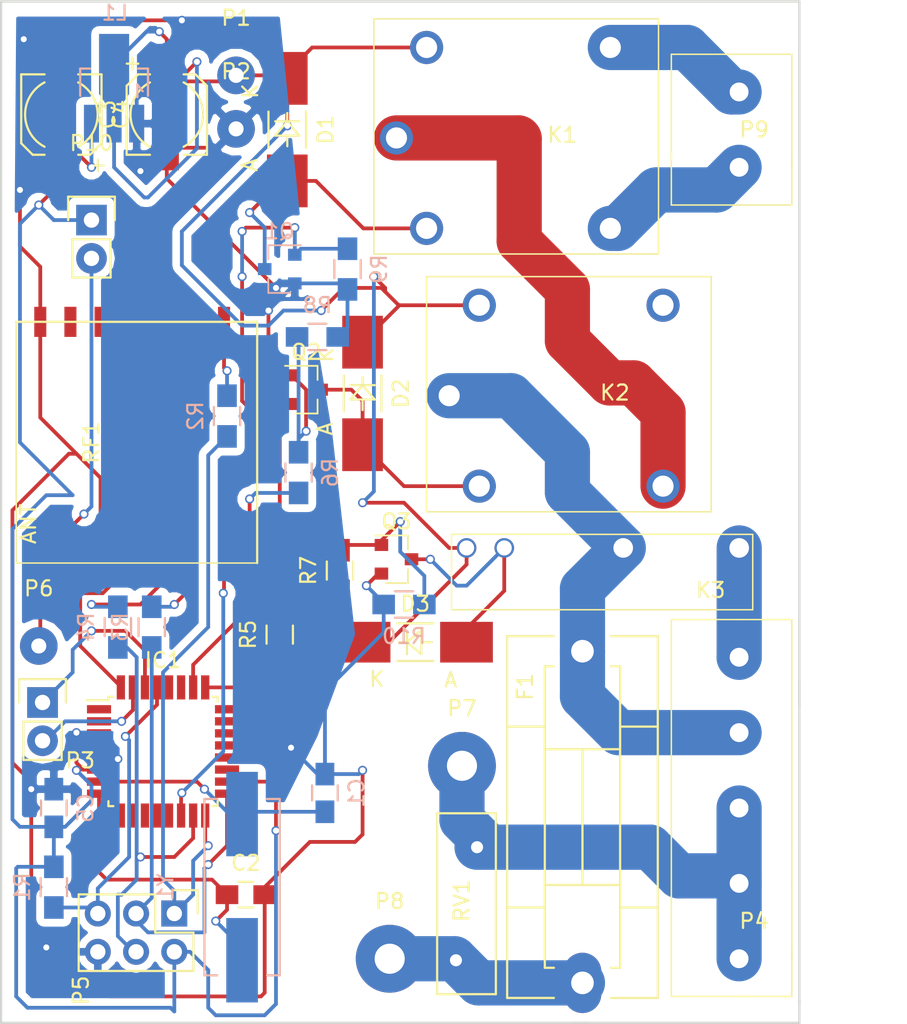
<source format=kicad_pcb>
(kicad_pcb (version 4) (host pcbnew 4.0.5+dfsg1-4~bpo8+1)

  (general
    (links 86)
    (no_connects 0)
    (area 202.892857 70.575 265.656 141.625)
    (thickness 1.6)
    (drawings 15)
    (tracks 408)
    (zones 0)
    (modules 40)
    (nets 53)
  )

  (page A4)
  (layers
    (0 F.Cu signal)
    (31 B.Cu signal)
    (32 B.Adhes user)
    (33 F.Adhes user)
    (34 B.Paste user)
    (35 F.Paste user)
    (36 B.SilkS user)
    (37 F.SilkS user)
    (38 B.Mask user)
    (39 F.Mask user)
    (40 Dwgs.User user)
    (41 Cmts.User user)
    (42 Eco1.User user)
    (43 Eco2.User user)
    (44 Edge.Cuts user)
    (45 Margin user)
    (46 B.CrtYd user)
    (47 F.CrtYd user)
    (48 B.Fab user)
    (49 F.Fab user)
  )

  (setup
    (last_trace_width 0.25)
    (trace_clearance 0.2)
    (zone_clearance 0.508)
    (zone_45_only no)
    (trace_min 0.2)
    (segment_width 0.2)
    (edge_width 0.15)
    (via_size 0.6)
    (via_drill 0.4)
    (via_min_size 0.4)
    (via_min_drill 0.3)
    (uvia_size 0.3)
    (uvia_drill 0.1)
    (uvias_allowed no)
    (uvia_min_size 0.2)
    (uvia_min_drill 0.1)
    (pcb_text_width 0.3)
    (pcb_text_size 1.5 1.5)
    (mod_edge_width 0.15)
    (mod_text_size 1 1)
    (mod_text_width 0.15)
    (pad_size 1.524 1.524)
    (pad_drill 0.762)
    (pad_to_mask_clearance 0.2)
    (aux_axis_origin 0 0)
    (visible_elements FFFFFF7F)
    (pcbplotparams
      (layerselection 0x010f0_80000001)
      (usegerberextensions false)
      (excludeedgelayer true)
      (linewidth 0.100000)
      (plotframeref false)
      (viasonmask false)
      (mode 1)
      (useauxorigin false)
      (hpglpennumber 1)
      (hpglpenspeed 20)
      (hpglpendiameter 15)
      (hpglpenoverlay 2)
      (psnegative false)
      (psa4output false)
      (plotreference true)
      (plotvalue true)
      (plotinvisibletext false)
      (padsonsilk false)
      (subtractmaskfromsilk false)
      (outputformat 1)
      (mirror false)
      (drillshape 0)
      (scaleselection 1)
      (outputdirectory /tmp/))
  )

  (net 0 "")
  (net 1 XTAL1)
  (net 2 GND)
  (net 3 XTAL2)
  (net 4 5V)
  (net 5 3.3V)
  (net 6 "Net-(D1-Pad2)")
  (net 7 "Net-(D2-Pad2)")
  (net 8 "Net-(D3-Pad2)")
  (net 9 L)
  (net 10 "Net-(F1-Pad1)")
  (net 11 "Net-(IC1-Pad1)")
  (net 12 "Net-(IC1-Pad2)")
  (net 13 "Net-(IC1-Pad9)")
  (net 14 "Net-(IC1-Pad10)")
  (net 15 "Net-(IC1-Pad11)")
  (net 16 "Net-(IC1-Pad12)")
  (net 17 "Net-(IC1-Pad13)")
  (net 18 NSS)
  (net 19 MOSI)
  (net 20 MISO)
  (net 21 SCK)
  (net 22 "Net-(IC1-Pad19)")
  (net 23 "Net-(IC1-Pad22)")
  (net 24 "Net-(IC1-Pad23)")
  (net 25 T_LAMPE)
  (net 26 T_UPDOWN)
  (net 27 T_ANAUS)
  (net 28 "Net-(IC1-Pad27)")
  (net 29 "Net-(IC1-Pad28)")
  (net 30 RST)
  (net 31 RX)
  (net 32 TX)
  (net 33 "Net-(IC1-Pad32)")
  (net 34 "Net-(K1-Pad12)")
  (net 35 "Net-(K1-Pad11)")
  (net 36 "Net-(K1-Pad14)")
  (net 37 "Net-(K2-Pad14)")
  (net 38 LAMPE_220V)
  (net 39 "Net-(P4-Pad1)")
  (net 40 "Net-(P6-Pad1)")
  (net 41 "Net-(Q1-Pad1)")
  (net 42 "Net-(Q2-Pad1)")
  (net 43 "Net-(Q3-Pad1)")
  (net 44 "Net-(R2-Pad1)")
  (net 45 "Net-(R3-Pad1)")
  (net 46 "Net-(R4-Pad1)")
  (net 47 "Net-(RF1-Pad13)")
  (net 48 "Net-(RF1-Pad12)")
  (net 49 "Net-(RF1-Pad11)")
  (net 50 "Net-(RF1-Pad10)")
  (net 51 "Net-(RF1-Pad4)")
  (net 52 "Net-(P10-Pad2)")

  (net_class Default "This is the default net class."
    (clearance 0.2)
    (trace_width 0.25)
    (via_dia 0.6)
    (via_drill 0.4)
    (uvia_dia 0.3)
    (uvia_drill 0.1)
    (add_net 3.3V)
    (add_net 5V)
    (add_net GND)
    (add_net L)
    (add_net LAMPE_220V)
    (add_net MISO)
    (add_net MOSI)
    (add_net NSS)
    (add_net "Net-(D1-Pad2)")
    (add_net "Net-(D2-Pad2)")
    (add_net "Net-(D3-Pad2)")
    (add_net "Net-(F1-Pad1)")
    (add_net "Net-(IC1-Pad1)")
    (add_net "Net-(IC1-Pad10)")
    (add_net "Net-(IC1-Pad11)")
    (add_net "Net-(IC1-Pad12)")
    (add_net "Net-(IC1-Pad13)")
    (add_net "Net-(IC1-Pad19)")
    (add_net "Net-(IC1-Pad2)")
    (add_net "Net-(IC1-Pad22)")
    (add_net "Net-(IC1-Pad23)")
    (add_net "Net-(IC1-Pad27)")
    (add_net "Net-(IC1-Pad28)")
    (add_net "Net-(IC1-Pad32)")
    (add_net "Net-(IC1-Pad9)")
    (add_net "Net-(K1-Pad11)")
    (add_net "Net-(K1-Pad12)")
    (add_net "Net-(K1-Pad14)")
    (add_net "Net-(K2-Pad14)")
    (add_net "Net-(P10-Pad2)")
    (add_net "Net-(P4-Pad1)")
    (add_net "Net-(P6-Pad1)")
    (add_net "Net-(Q1-Pad1)")
    (add_net "Net-(Q2-Pad1)")
    (add_net "Net-(Q3-Pad1)")
    (add_net "Net-(R2-Pad1)")
    (add_net "Net-(R3-Pad1)")
    (add_net "Net-(R4-Pad1)")
    (add_net "Net-(RF1-Pad10)")
    (add_net "Net-(RF1-Pad11)")
    (add_net "Net-(RF1-Pad12)")
    (add_net "Net-(RF1-Pad13)")
    (add_net "Net-(RF1-Pad4)")
    (add_net RST)
    (add_net RX)
    (add_net SCK)
    (add_net TX)
    (add_net T_ANAUS)
    (add_net T_LAMPE)
    (add_net T_UPDOWN)
    (add_net XTAL1)
    (add_net XTAL2)
  )

  (net_class 220 ""
    (clearance 1.5)
    (trace_width 3)
    (via_dia 0.6)
    (via_drill 0.4)
    (uvia_dia 0.3)
    (uvia_drill 0.1)
  )

  (net_class std ""
    (clearance 0.2)
    (trace_width 0.25)
    (via_dia 0.6)
    (via_drill 0.4)
    (uvia_dia 0.3)
    (uvia_drill 0.1)
  )

  (module Varistors:RV_Disc_D12_W3.9_P7.5 (layer F.Cu) (tedit 5A8874D8) (tstamp 5A8876D2)
    (at 235.6 128.6 270)
    (tags "varistor SIOV")
    (path /5A8858E9)
    (fp_text reference RV1 (at 3.556 1.016 270) (layer F.SilkS)
      (effects (font (size 1 1) (thickness 0.15)))
    )
    (fp_text value MOV (at 3.75 -2.25 270) (layer F.Fab)
      (effects (font (size 1 1) (thickness 0.15)))
    )
    (fp_line (start -2.5 2.9) (end 10 2.9) (layer F.CrtYd) (width 0.05))
    (fp_line (start -2.5 -1.5) (end 10 -1.5) (layer F.CrtYd) (width 0.05))
    (fp_line (start 10 -1.5) (end 10 2.9) (layer F.CrtYd) (width 0.05))
    (fp_line (start -2.5 -1.5) (end -2.5 2.9) (layer F.CrtYd) (width 0.05))
    (fp_line (start -2.25 2.65) (end 9.75 2.65) (layer F.SilkS) (width 0.15))
    (fp_line (start -2.25 -1.25) (end 9.75 -1.25) (layer F.SilkS) (width 0.15))
    (fp_line (start 9.75 -1.25) (end 9.75 2.65) (layer F.SilkS) (width 0.15))
    (fp_line (start -2.25 -1.25) (end -2.25 2.65) (layer F.SilkS) (width 0.15))
    (pad 1 thru_hole circle (at 0 0 270) (size 1.8 1.8) (drill 0.8) (layers *.Cu *.Mask)
      (net 39 "Net-(P4-Pad1)"))
    (pad 2 thru_hole circle (at 7.5 1.4 270) (size 1.8 1.8) (drill 0.8) (layers *.Cu *.Mask)
      (net 10 "Net-(F1-Pad1)"))
  )

  (module Capacitors_SMD:C_0805_HandSoldering (layer B.Cu) (tedit 541A9B8D) (tstamp 5A8875BA)
    (at 225.5 125 90)
    (descr "Capacitor SMD 0805, hand soldering")
    (tags "capacitor 0805")
    (path /5A884D89)
    (attr smd)
    (fp_text reference C1 (at 0 2.1 90) (layer B.SilkS)
      (effects (font (size 1 1) (thickness 0.15)) (justify mirror))
    )
    (fp_text value 22 (at 0 -2.1 90) (layer B.Fab)
      (effects (font (size 1 1) (thickness 0.15)) (justify mirror))
    )
    (fp_line (start -1 -0.625) (end -1 0.625) (layer B.Fab) (width 0.15))
    (fp_line (start 1 -0.625) (end -1 -0.625) (layer B.Fab) (width 0.15))
    (fp_line (start 1 0.625) (end 1 -0.625) (layer B.Fab) (width 0.15))
    (fp_line (start -1 0.625) (end 1 0.625) (layer B.Fab) (width 0.15))
    (fp_line (start -2.3 1) (end 2.3 1) (layer B.CrtYd) (width 0.05))
    (fp_line (start -2.3 -1) (end 2.3 -1) (layer B.CrtYd) (width 0.05))
    (fp_line (start -2.3 1) (end -2.3 -1) (layer B.CrtYd) (width 0.05))
    (fp_line (start 2.3 1) (end 2.3 -1) (layer B.CrtYd) (width 0.05))
    (fp_line (start 0.5 0.85) (end -0.5 0.85) (layer B.SilkS) (width 0.15))
    (fp_line (start -0.5 -0.85) (end 0.5 -0.85) (layer B.SilkS) (width 0.15))
    (pad 1 smd rect (at -1.25 0 90) (size 1.5 1.25) (layers B.Cu B.Paste B.Mask)
      (net 1 XTAL1))
    (pad 2 smd rect (at 1.25 0 90) (size 1.5 1.25) (layers B.Cu B.Paste B.Mask)
      (net 2 GND))
    (model Capacitors_SMD.3dshapes/C_0805_HandSoldering.wrl
      (at (xyz 0 0 0))
      (scale (xyz 1 1 1))
      (rotate (xyz 0 0 0))
    )
  )

  (module Capacitors_SMD:C_0805_HandSoldering (layer F.Cu) (tedit 541A9B8D) (tstamp 5A8875C0)
    (at 220.25 131.75)
    (descr "Capacitor SMD 0805, hand soldering")
    (tags "capacitor 0805")
    (path /5A884E92)
    (attr smd)
    (fp_text reference C2 (at 0 -2.1) (layer F.SilkS)
      (effects (font (size 1 1) (thickness 0.15)))
    )
    (fp_text value 22 (at 0 2.1) (layer F.Fab)
      (effects (font (size 1 1) (thickness 0.15)))
    )
    (fp_line (start -1 0.625) (end -1 -0.625) (layer F.Fab) (width 0.15))
    (fp_line (start 1 0.625) (end -1 0.625) (layer F.Fab) (width 0.15))
    (fp_line (start 1 -0.625) (end 1 0.625) (layer F.Fab) (width 0.15))
    (fp_line (start -1 -0.625) (end 1 -0.625) (layer F.Fab) (width 0.15))
    (fp_line (start -2.3 -1) (end 2.3 -1) (layer F.CrtYd) (width 0.05))
    (fp_line (start -2.3 1) (end 2.3 1) (layer F.CrtYd) (width 0.05))
    (fp_line (start -2.3 -1) (end -2.3 1) (layer F.CrtYd) (width 0.05))
    (fp_line (start 2.3 -1) (end 2.3 1) (layer F.CrtYd) (width 0.05))
    (fp_line (start 0.5 -0.85) (end -0.5 -0.85) (layer F.SilkS) (width 0.15))
    (fp_line (start -0.5 0.85) (end 0.5 0.85) (layer F.SilkS) (width 0.15))
    (pad 1 smd rect (at -1.25 0) (size 1.5 1.25) (layers F.Cu F.Paste F.Mask)
      (net 3 XTAL2))
    (pad 2 smd rect (at 1.25 0) (size 1.5 1.25) (layers F.Cu F.Paste F.Mask)
      (net 2 GND))
    (model Capacitors_SMD.3dshapes/C_0805_HandSoldering.wrl
      (at (xyz 0 0 0))
      (scale (xyz 1 1 1))
      (rotate (xyz 0 0 0))
    )
  )

  (module Capacitors_SMD:c_elec_5x5.8 (layer F.Cu) (tedit 57FA4507) (tstamp 5A8875C6)
    (at 215 80 270)
    (descr "SMT capacitor, aluminium electrolytic, 5x5.8")
    (path /5A8831D7)
    (attr smd)
    (fp_text reference C3 (at 0 3.9243 270) (layer F.SilkS)
      (effects (font (size 1 1) (thickness 0.15)))
    )
    (fp_text value 10uF (at 0 -3.9243 270) (layer F.Fab)
      (effects (font (size 1 1) (thickness 0.15)))
    )
    (fp_text user + (at -1.3843 -0.0635 270) (layer F.Fab)
      (effects (font (size 1 1) (thickness 0.15)))
    )
    (fp_line (start 2.5146 2.5146) (end 2.5146 -2.5146) (layer F.Fab) (width 0.15))
    (fp_line (start -1.8415 2.5146) (end 2.5146 2.5146) (layer F.Fab) (width 0.15))
    (fp_line (start -2.5146 1.8415) (end -1.8415 2.5146) (layer F.Fab) (width 0.15))
    (fp_line (start -2.5146 -1.8415) (end -2.5146 1.8415) (layer F.Fab) (width 0.15))
    (fp_line (start -1.8415 -2.5146) (end -2.5146 -1.8415) (layer F.Fab) (width 0.15))
    (fp_line (start 2.5146 -2.5146) (end -1.8415 -2.5146) (layer F.Fab) (width 0.15))
    (fp_line (start 2.667 2.667) (end 2.667 1.1176) (layer F.SilkS) (width 0.15))
    (fp_line (start 2.667 -2.667) (end 2.667 -1.1176) (layer F.SilkS) (width 0.15))
    (fp_line (start -2.667 1.905) (end -2.667 1.1176) (layer F.SilkS) (width 0.15))
    (fp_line (start -2.667 -1.905) (end -2.667 -1.1176) (layer F.SilkS) (width 0.15))
    (fp_arc (start 0 0) (end 2.1336 1.1176) (angle 124.6819464) (layer F.SilkS) (width 0.15))
    (fp_arc (start 0 0) (end -2.1336 -1.1176) (angle 124.7080493) (layer F.SilkS) (width 0.15))
    (fp_text user + (at -3.3782 2.3495 270) (layer F.SilkS)
      (effects (font (size 1 1) (thickness 0.15)))
    )
    (fp_line (start 3.95 -3) (end -3.95 -3) (layer F.CrtYd) (width 0.05))
    (fp_line (start -3.95 -3) (end -3.95 3) (layer F.CrtYd) (width 0.05))
    (fp_line (start -3.95 3) (end 3.95 3) (layer F.CrtYd) (width 0.05))
    (fp_line (start 3.95 3) (end 3.95 -3) (layer F.CrtYd) (width 0.05))
    (fp_line (start 2.667 -2.667) (end -1.905 -2.667) (layer F.SilkS) (width 0.15))
    (fp_line (start -1.905 -2.667) (end -2.667 -1.905) (layer F.SilkS) (width 0.15))
    (fp_line (start -2.667 1.905) (end -1.905 2.667) (layer F.SilkS) (width 0.15))
    (fp_line (start -1.905 2.667) (end 2.667 2.667) (layer F.SilkS) (width 0.15))
    (pad 1 smd rect (at -2.2 0 90) (size 3 1.6) (layers F.Cu F.Paste F.Mask)
      (net 4 5V))
    (pad 2 smd rect (at 2.2 0 90) (size 3 1.6) (layers F.Cu F.Paste F.Mask)
      (net 2 GND))
    (model Capacitors_SMD.3dshapes/c_elec_5x5.8.wrl
      (at (xyz 0 0 0))
      (scale (xyz 1 1 1))
      (rotate (xyz 0 0 180))
    )
  )

  (module Capacitors_SMD:c_elec_5x5.8 (layer F.Cu) (tedit 5A889ED2) (tstamp 5A8875CC)
    (at 208 80 90)
    (descr "SMT capacitor, aluminium electrolytic, 5x5.8")
    (path /5A882FF4)
    (attr smd)
    (fp_text reference C4 (at 0 3.9243 90) (layer F.SilkS)
      (effects (font (size 1 1) (thickness 0.15)))
    )
    (fp_text value 10uF (at -6 -2.75 90) (layer F.Fab)
      (effects (font (size 1 1) (thickness 0.15)))
    )
    (fp_text user + (at -1.3843 -0.0635 90) (layer F.Fab)
      (effects (font (size 1 1) (thickness 0.15)))
    )
    (fp_line (start 2.5146 2.5146) (end 2.5146 -2.5146) (layer F.Fab) (width 0.15))
    (fp_line (start -1.8415 2.5146) (end 2.5146 2.5146) (layer F.Fab) (width 0.15))
    (fp_line (start -2.5146 1.8415) (end -1.8415 2.5146) (layer F.Fab) (width 0.15))
    (fp_line (start -2.5146 -1.8415) (end -2.5146 1.8415) (layer F.Fab) (width 0.15))
    (fp_line (start -1.8415 -2.5146) (end -2.5146 -1.8415) (layer F.Fab) (width 0.15))
    (fp_line (start 2.5146 -2.5146) (end -1.8415 -2.5146) (layer F.Fab) (width 0.15))
    (fp_line (start 2.667 2.667) (end 2.667 1.1176) (layer F.SilkS) (width 0.15))
    (fp_line (start 2.667 -2.667) (end 2.667 -1.1176) (layer F.SilkS) (width 0.15))
    (fp_line (start -2.667 1.905) (end -2.667 1.1176) (layer F.SilkS) (width 0.15))
    (fp_line (start -2.667 -1.905) (end -2.667 -1.1176) (layer F.SilkS) (width 0.15))
    (fp_arc (start 0 0) (end 2.1336 1.1176) (angle 124.6819464) (layer F.SilkS) (width 0.15))
    (fp_arc (start 0 0) (end -2.1336 -1.1176) (angle 124.7080493) (layer F.SilkS) (width 0.15))
    (fp_text user + (at -3.3782 2.3495 90) (layer F.SilkS)
      (effects (font (size 1 1) (thickness 0.15)))
    )
    (fp_line (start 3.95 -3) (end -3.95 -3) (layer F.CrtYd) (width 0.05))
    (fp_line (start -3.95 -3) (end -3.95 3) (layer F.CrtYd) (width 0.05))
    (fp_line (start -3.95 3) (end 3.95 3) (layer F.CrtYd) (width 0.05))
    (fp_line (start 3.95 3) (end 3.95 -3) (layer F.CrtYd) (width 0.05))
    (fp_line (start 2.667 -2.667) (end -1.905 -2.667) (layer F.SilkS) (width 0.15))
    (fp_line (start -1.905 -2.667) (end -2.667 -1.905) (layer F.SilkS) (width 0.15))
    (fp_line (start -2.667 1.905) (end -1.905 2.667) (layer F.SilkS) (width 0.15))
    (fp_line (start -1.905 2.667) (end 2.667 2.667) (layer F.SilkS) (width 0.15))
    (pad 1 smd rect (at -2.2 0 270) (size 3 1.6) (layers F.Cu F.Paste F.Mask)
      (net 5 3.3V))
    (pad 2 smd rect (at 2.2 0 270) (size 3 1.6) (layers F.Cu F.Paste F.Mask)
      (net 2 GND))
    (model Capacitors_SMD.3dshapes/c_elec_5x5.8.wrl
      (at (xyz 0 0 0))
      (scale (xyz 1 1 1))
      (rotate (xyz 0 0 180))
    )
  )

  (module Capacitors_SMD:C_0805_HandSoldering (layer B.Cu) (tedit 541A9B8D) (tstamp 5A8875D2)
    (at 207.5 126 90)
    (descr "Capacitor SMD 0805, hand soldering")
    (tags "capacitor 0805")
    (path /5A888D30)
    (attr smd)
    (fp_text reference C5 (at 0 2.1 90) (layer B.SilkS)
      (effects (font (size 1 1) (thickness 0.15)) (justify mirror))
    )
    (fp_text value 100nf (at 0 -2.1 90) (layer B.Fab)
      (effects (font (size 1 1) (thickness 0.15)) (justify mirror))
    )
    (fp_line (start -1 -0.625) (end -1 0.625) (layer B.Fab) (width 0.15))
    (fp_line (start 1 -0.625) (end -1 -0.625) (layer B.Fab) (width 0.15))
    (fp_line (start 1 0.625) (end 1 -0.625) (layer B.Fab) (width 0.15))
    (fp_line (start -1 0.625) (end 1 0.625) (layer B.Fab) (width 0.15))
    (fp_line (start -2.3 1) (end 2.3 1) (layer B.CrtYd) (width 0.05))
    (fp_line (start -2.3 -1) (end 2.3 -1) (layer B.CrtYd) (width 0.05))
    (fp_line (start -2.3 1) (end -2.3 -1) (layer B.CrtYd) (width 0.05))
    (fp_line (start 2.3 1) (end 2.3 -1) (layer B.CrtYd) (width 0.05))
    (fp_line (start 0.5 0.85) (end -0.5 0.85) (layer B.SilkS) (width 0.15))
    (fp_line (start -0.5 -0.85) (end 0.5 -0.85) (layer B.SilkS) (width 0.15))
    (pad 1 smd rect (at -1.25 0 90) (size 1.5 1.25) (layers B.Cu B.Paste B.Mask)
      (net 5 3.3V))
    (pad 2 smd rect (at 1.25 0 90) (size 1.5 1.25) (layers B.Cu B.Paste B.Mask)
      (net 2 GND))
    (model Capacitors_SMD.3dshapes/C_0805_HandSoldering.wrl
      (at (xyz 0 0 0))
      (scale (xyz 1 1 1))
      (rotate (xyz 0 0 0))
    )
  )

  (module Diodes_SMD:MELF_Handsoldering (layer F.Cu) (tedit 552FE6B7) (tstamp 5A8875D8)
    (at 223 81 270)
    (descr "Diode MELF Handsoldering")
    (tags "Diode MELF Handsoldering")
    (path /5A88BD2C)
    (attr smd)
    (fp_text reference D1 (at 0 -2.54 270) (layer F.SilkS)
      (effects (font (size 1 1) (thickness 0.15)))
    )
    (fp_text value D (at 0 3.81 270) (layer F.Fab)
      (effects (font (size 1 1) (thickness 0.15)))
    )
    (fp_line (start -5.4 -1.6) (end 5.4 -1.6) (layer F.CrtYd) (width 0.05))
    (fp_line (start 5.4 -1.6) (end 5.4 1.6) (layer F.CrtYd) (width 0.05))
    (fp_line (start 5.4 1.6) (end -5.4 1.6) (layer F.CrtYd) (width 0.05))
    (fp_line (start -5.4 1.6) (end -5.4 -1.6) (layer F.CrtYd) (width 0.05))
    (fp_line (start 0.39878 0) (end 1.09982 0) (layer F.SilkS) (width 0.15))
    (fp_line (start -0.55118 0) (end -1.09982 0) (layer F.SilkS) (width 0.15))
    (fp_line (start -0.55118 0) (end -0.55118 0.8001) (layer F.SilkS) (width 0.15))
    (fp_line (start -0.55118 0) (end -0.55118 -0.8001) (layer F.SilkS) (width 0.15))
    (fp_line (start -0.55118 0) (end 0.39878 -0.8001) (layer F.SilkS) (width 0.15))
    (fp_line (start 0.39878 -0.8001) (end 0.39878 0.8001) (layer F.SilkS) (width 0.15))
    (fp_line (start 0.39878 0.8001) (end -0.55118 0) (layer F.SilkS) (width 0.15))
    (fp_text user K (at -2.55 2.45 270) (layer F.SilkS)
      (effects (font (size 1 1) (thickness 0.15)))
    )
    (fp_text user A (at 2.35 2.5 270) (layer F.SilkS)
      (effects (font (size 1 1) (thickness 0.15)))
    )
    (fp_line (start -1.09982 -1.24968) (end -1.19888 -1.24968) (layer F.SilkS) (width 0.15))
    (fp_line (start -1.09982 1.24968) (end -1.19888 1.24968) (layer F.SilkS) (width 0.15))
    (fp_line (start 1.19888 -1.24968) (end -1.15062 -1.24968) (layer F.SilkS) (width 0.15))
    (fp_line (start 1.19888 1.24968) (end -1.04902 1.24968) (layer F.SilkS) (width 0.15))
    (pad 1 smd rect (at -3.40106 0 270) (size 3.50012 2.70002) (layers F.Cu F.Paste F.Mask)
      (net 4 5V))
    (pad 2 smd rect (at 3.40106 0 270) (size 3.50012 2.70002) (layers F.Cu F.Paste F.Mask)
      (net 6 "Net-(D1-Pad2)"))
    (model Diodes_SMD.3dshapes/MELF_Handsoldering.wrl
      (at (xyz 0 0 0))
      (scale (xyz 0.3937 0.3937 0.3937))
      (rotate (xyz 0 0 180))
    )
  )

  (module Diodes_SMD:MELF_Handsoldering (layer F.Cu) (tedit 552FE6B7) (tstamp 5A8875DE)
    (at 228 98.5 270)
    (descr "Diode MELF Handsoldering")
    (tags "Diode MELF Handsoldering")
    (path /5A88AEE7)
    (attr smd)
    (fp_text reference D2 (at 0 -2.54 270) (layer F.SilkS)
      (effects (font (size 1 1) (thickness 0.15)))
    )
    (fp_text value D (at 0 3.81 270) (layer F.Fab)
      (effects (font (size 1 1) (thickness 0.15)))
    )
    (fp_line (start -5.4 -1.6) (end 5.4 -1.6) (layer F.CrtYd) (width 0.05))
    (fp_line (start 5.4 -1.6) (end 5.4 1.6) (layer F.CrtYd) (width 0.05))
    (fp_line (start 5.4 1.6) (end -5.4 1.6) (layer F.CrtYd) (width 0.05))
    (fp_line (start -5.4 1.6) (end -5.4 -1.6) (layer F.CrtYd) (width 0.05))
    (fp_line (start 0.39878 0) (end 1.09982 0) (layer F.SilkS) (width 0.15))
    (fp_line (start -0.55118 0) (end -1.09982 0) (layer F.SilkS) (width 0.15))
    (fp_line (start -0.55118 0) (end -0.55118 0.8001) (layer F.SilkS) (width 0.15))
    (fp_line (start -0.55118 0) (end -0.55118 -0.8001) (layer F.SilkS) (width 0.15))
    (fp_line (start -0.55118 0) (end 0.39878 -0.8001) (layer F.SilkS) (width 0.15))
    (fp_line (start 0.39878 -0.8001) (end 0.39878 0.8001) (layer F.SilkS) (width 0.15))
    (fp_line (start 0.39878 0.8001) (end -0.55118 0) (layer F.SilkS) (width 0.15))
    (fp_text user K (at -2.55 2.45 270) (layer F.SilkS)
      (effects (font (size 1 1) (thickness 0.15)))
    )
    (fp_text user A (at 2.35 2.5 270) (layer F.SilkS)
      (effects (font (size 1 1) (thickness 0.15)))
    )
    (fp_line (start -1.09982 -1.24968) (end -1.19888 -1.24968) (layer F.SilkS) (width 0.15))
    (fp_line (start -1.09982 1.24968) (end -1.19888 1.24968) (layer F.SilkS) (width 0.15))
    (fp_line (start 1.19888 -1.24968) (end -1.15062 -1.24968) (layer F.SilkS) (width 0.15))
    (fp_line (start 1.19888 1.24968) (end -1.04902 1.24968) (layer F.SilkS) (width 0.15))
    (pad 1 smd rect (at -3.40106 0 270) (size 3.50012 2.70002) (layers F.Cu F.Paste F.Mask)
      (net 4 5V))
    (pad 2 smd rect (at 3.40106 0 270) (size 3.50012 2.70002) (layers F.Cu F.Paste F.Mask)
      (net 7 "Net-(D2-Pad2)"))
    (model Diodes_SMD.3dshapes/MELF_Handsoldering.wrl
      (at (xyz 0 0 0))
      (scale (xyz 0.3937 0.3937 0.3937))
      (rotate (xyz 0 0 180))
    )
  )

  (module Diodes_SMD:MELF_Handsoldering (layer F.Cu) (tedit 552FE6B7) (tstamp 5A8875E4)
    (at 231.5 115)
    (descr "Diode MELF Handsoldering")
    (tags "Diode MELF Handsoldering")
    (path /5A88676D)
    (attr smd)
    (fp_text reference D3 (at 0 -2.54) (layer F.SilkS)
      (effects (font (size 1 1) (thickness 0.15)))
    )
    (fp_text value D (at 0 3.81) (layer F.Fab)
      (effects (font (size 1 1) (thickness 0.15)))
    )
    (fp_line (start -5.4 -1.6) (end 5.4 -1.6) (layer F.CrtYd) (width 0.05))
    (fp_line (start 5.4 -1.6) (end 5.4 1.6) (layer F.CrtYd) (width 0.05))
    (fp_line (start 5.4 1.6) (end -5.4 1.6) (layer F.CrtYd) (width 0.05))
    (fp_line (start -5.4 1.6) (end -5.4 -1.6) (layer F.CrtYd) (width 0.05))
    (fp_line (start 0.39878 0) (end 1.09982 0) (layer F.SilkS) (width 0.15))
    (fp_line (start -0.55118 0) (end -1.09982 0) (layer F.SilkS) (width 0.15))
    (fp_line (start -0.55118 0) (end -0.55118 0.8001) (layer F.SilkS) (width 0.15))
    (fp_line (start -0.55118 0) (end -0.55118 -0.8001) (layer F.SilkS) (width 0.15))
    (fp_line (start -0.55118 0) (end 0.39878 -0.8001) (layer F.SilkS) (width 0.15))
    (fp_line (start 0.39878 -0.8001) (end 0.39878 0.8001) (layer F.SilkS) (width 0.15))
    (fp_line (start 0.39878 0.8001) (end -0.55118 0) (layer F.SilkS) (width 0.15))
    (fp_text user K (at -2.55 2.45) (layer F.SilkS)
      (effects (font (size 1 1) (thickness 0.15)))
    )
    (fp_text user A (at 2.35 2.5) (layer F.SilkS)
      (effects (font (size 1 1) (thickness 0.15)))
    )
    (fp_line (start -1.09982 -1.24968) (end -1.19888 -1.24968) (layer F.SilkS) (width 0.15))
    (fp_line (start -1.09982 1.24968) (end -1.19888 1.24968) (layer F.SilkS) (width 0.15))
    (fp_line (start 1.19888 -1.24968) (end -1.15062 -1.24968) (layer F.SilkS) (width 0.15))
    (fp_line (start 1.19888 1.24968) (end -1.04902 1.24968) (layer F.SilkS) (width 0.15))
    (pad 1 smd rect (at -3.40106 0) (size 3.50012 2.70002) (layers F.Cu F.Paste F.Mask)
      (net 4 5V))
    (pad 2 smd rect (at 3.40106 0) (size 3.50012 2.70002) (layers F.Cu F.Paste F.Mask)
      (net 8 "Net-(D3-Pad2)"))
    (model Diodes_SMD.3dshapes/MELF_Handsoldering.wrl
      (at (xyz 0 0 0))
      (scale (xyz 0.3937 0.3937 0.3937))
      (rotate (xyz 0 0 180))
    )
  )

  (module Fuse_Holders_and_Fuses:Fuseholder5x20_horiz_SemiClosed_Casing10x25mm (layer F.Cu) (tedit 5A8874D7) (tstamp 5A8875EA)
    (at 242.6 126.6 90)
    (descr "Fuseholder, 5x20, Semi closed, horizontal, Casing 10x25mm,")
    (tags "Fuseholder, 5x20, Semi closed, horizontal, Casing 10x25mm, Sicherungshalter, halbgeschlossen,")
    (path /5A885853)
    (fp_text reference F1 (at 8.636 -3.81 90) (layer F.SilkS)
      (effects (font (size 1 1) (thickness 0.15)))
    )
    (fp_text value 1A (at 1.27 7.62 90) (layer F.Fab)
      (effects (font (size 1 1) (thickness 0.15)))
    )
    (fp_line (start -5.99948 -2.49936) (end -5.99948 -5.00126) (layer F.SilkS) (width 0.15))
    (fp_line (start -5.99948 5.00126) (end -5.99948 2.49936) (layer F.SilkS) (width 0.15))
    (fp_line (start 5.99948 5.00126) (end 5.99948 2.49936) (layer F.SilkS) (width 0.15))
    (fp_line (start 5.99948 -5.00126) (end 5.99948 -2.49936) (layer F.SilkS) (width 0.15))
    (fp_line (start -4.50088 0) (end 4.50088 0) (layer F.SilkS) (width 0.15))
    (fp_line (start -4.50088 -2.49936) (end -4.50088 2.49936) (layer F.SilkS) (width 0.15))
    (fp_line (start 4.50088 -2.49936) (end 4.50088 2.49936) (layer F.SilkS) (width 0.15))
    (fp_line (start 9.99998 -1.89992) (end 9.99998 -2.49936) (layer F.SilkS) (width 0.15))
    (fp_line (start -9.99998 1.89992) (end -9.99998 2.49936) (layer F.SilkS) (width 0.15))
    (fp_line (start -9.99998 2.49936) (end 9.99998 2.49936) (layer F.SilkS) (width 0.15))
    (fp_line (start 9.99998 2.49936) (end 9.99998 1.89992) (layer F.SilkS) (width 0.15))
    (fp_line (start 9.99998 -2.49936) (end -9.99998 -2.49936) (layer F.SilkS) (width 0.15))
    (fp_line (start -9.99998 -2.49936) (end -9.99998 -1.89992) (layer F.SilkS) (width 0.15))
    (fp_line (start 11.99896 -1.89992) (end 11.99896 -5.00126) (layer F.SilkS) (width 0.15))
    (fp_line (start -11.99896 1.89992) (end -11.99896 5.00126) (layer F.SilkS) (width 0.15))
    (fp_line (start -11.99896 5.00126) (end 11.99896 5.00126) (layer F.SilkS) (width 0.15))
    (fp_line (start 11.99896 5.00126) (end 11.99896 1.89992) (layer F.SilkS) (width 0.15))
    (fp_line (start 11.99896 -5.00126) (end -11.99896 -5.00126) (layer F.SilkS) (width 0.15))
    (fp_line (start -11.99896 -5.00126) (end -11.99896 -1.89992) (layer F.SilkS) (width 0.15))
    (pad 2 thru_hole oval (at 11.00074 0) (size 2.49936 4.0005) (drill 1.50114) (layers *.Cu *.Mask)
      (net 9 L))
    (pad 1 thru_hole oval (at -11.00074 0) (size 2.49936 4.0005) (drill 1.50114) (layers *.Cu *.Mask)
      (net 10 "Net-(F1-Pad1)"))
  )

  (module Housings_QFP:TQFP-32_7x7mm_Pitch0.8mm (layer F.Cu) (tedit 54130A77) (tstamp 5A88760E)
    (at 214.75 122.25)
    (descr "32-Lead Plastic Thin Quad Flatpack (PT) - 7x7x1.0 mm Body, 2.00 mm [TQFP] (see Microchip Packaging Specification 00000049BS.pdf)")
    (tags "QFP 0.8")
    (path /5A882E73)
    (attr smd)
    (fp_text reference IC1 (at 0 -6.05) (layer F.SilkS)
      (effects (font (size 1 1) (thickness 0.15)))
    )
    (fp_text value ATMEGA328P-A (at 0 6.05) (layer F.Fab)
      (effects (font (size 1 1) (thickness 0.15)))
    )
    (fp_text user %R (at 0 0) (layer F.Fab)
      (effects (font (size 1 1) (thickness 0.15)))
    )
    (fp_line (start -2.5 -3.5) (end 3.5 -3.5) (layer F.Fab) (width 0.15))
    (fp_line (start 3.5 -3.5) (end 3.5 3.5) (layer F.Fab) (width 0.15))
    (fp_line (start 3.5 3.5) (end -3.5 3.5) (layer F.Fab) (width 0.15))
    (fp_line (start -3.5 3.5) (end -3.5 -2.5) (layer F.Fab) (width 0.15))
    (fp_line (start -3.5 -2.5) (end -2.5 -3.5) (layer F.Fab) (width 0.15))
    (fp_line (start -5.3 -5.3) (end -5.3 5.3) (layer F.CrtYd) (width 0.05))
    (fp_line (start 5.3 -5.3) (end 5.3 5.3) (layer F.CrtYd) (width 0.05))
    (fp_line (start -5.3 -5.3) (end 5.3 -5.3) (layer F.CrtYd) (width 0.05))
    (fp_line (start -5.3 5.3) (end 5.3 5.3) (layer F.CrtYd) (width 0.05))
    (fp_line (start -3.625 -3.625) (end -3.625 -3.4) (layer F.SilkS) (width 0.15))
    (fp_line (start 3.625 -3.625) (end 3.625 -3.3) (layer F.SilkS) (width 0.15))
    (fp_line (start 3.625 3.625) (end 3.625 3.3) (layer F.SilkS) (width 0.15))
    (fp_line (start -3.625 3.625) (end -3.625 3.3) (layer F.SilkS) (width 0.15))
    (fp_line (start -3.625 -3.625) (end -3.3 -3.625) (layer F.SilkS) (width 0.15))
    (fp_line (start -3.625 3.625) (end -3.3 3.625) (layer F.SilkS) (width 0.15))
    (fp_line (start 3.625 3.625) (end 3.3 3.625) (layer F.SilkS) (width 0.15))
    (fp_line (start 3.625 -3.625) (end 3.3 -3.625) (layer F.SilkS) (width 0.15))
    (fp_line (start -3.625 -3.4) (end -5.05 -3.4) (layer F.SilkS) (width 0.15))
    (pad 1 smd rect (at -4.25 -2.8) (size 1.6 0.55) (layers F.Cu F.Paste F.Mask)
      (net 11 "Net-(IC1-Pad1)"))
    (pad 2 smd rect (at -4.25 -2) (size 1.6 0.55) (layers F.Cu F.Paste F.Mask)
      (net 12 "Net-(IC1-Pad2)"))
    (pad 3 smd rect (at -4.25 -1.2) (size 1.6 0.55) (layers F.Cu F.Paste F.Mask)
      (net 2 GND))
    (pad 4 smd rect (at -4.25 -0.4) (size 1.6 0.55) (layers F.Cu F.Paste F.Mask)
      (net 5 3.3V))
    (pad 5 smd rect (at -4.25 0.4) (size 1.6 0.55) (layers F.Cu F.Paste F.Mask)
      (net 2 GND))
    (pad 6 smd rect (at -4.25 1.2) (size 1.6 0.55) (layers F.Cu F.Paste F.Mask)
      (net 5 3.3V))
    (pad 7 smd rect (at -4.25 2) (size 1.6 0.55) (layers F.Cu F.Paste F.Mask)
      (net 1 XTAL1))
    (pad 8 smd rect (at -4.25 2.8) (size 1.6 0.55) (layers F.Cu F.Paste F.Mask)
      (net 3 XTAL2))
    (pad 9 smd rect (at -2.8 4.25 90) (size 1.6 0.55) (layers F.Cu F.Paste F.Mask)
      (net 13 "Net-(IC1-Pad9)"))
    (pad 10 smd rect (at -2 4.25 90) (size 1.6 0.55) (layers F.Cu F.Paste F.Mask)
      (net 14 "Net-(IC1-Pad10)"))
    (pad 11 smd rect (at -1.2 4.25 90) (size 1.6 0.55) (layers F.Cu F.Paste F.Mask)
      (net 15 "Net-(IC1-Pad11)"))
    (pad 12 smd rect (at -0.4 4.25 90) (size 1.6 0.55) (layers F.Cu F.Paste F.Mask)
      (net 16 "Net-(IC1-Pad12)"))
    (pad 13 smd rect (at 0.4 4.25 90) (size 1.6 0.55) (layers F.Cu F.Paste F.Mask)
      (net 17 "Net-(IC1-Pad13)"))
    (pad 14 smd rect (at 1.2 4.25 90) (size 1.6 0.55) (layers F.Cu F.Paste F.Mask)
      (net 18 NSS))
    (pad 15 smd rect (at 2 4.25 90) (size 1.6 0.55) (layers F.Cu F.Paste F.Mask)
      (net 19 MOSI))
    (pad 16 smd rect (at 2.8 4.25 90) (size 1.6 0.55) (layers F.Cu F.Paste F.Mask)
      (net 20 MISO))
    (pad 17 smd rect (at 4.25 2.8) (size 1.6 0.55) (layers F.Cu F.Paste F.Mask)
      (net 21 SCK))
    (pad 18 smd rect (at 4.25 2) (size 1.6 0.55) (layers F.Cu F.Paste F.Mask)
      (net 5 3.3V))
    (pad 19 smd rect (at 4.25 1.2) (size 1.6 0.55) (layers F.Cu F.Paste F.Mask)
      (net 22 "Net-(IC1-Pad19)"))
    (pad 20 smd rect (at 4.25 0.4) (size 1.6 0.55) (layers F.Cu F.Paste F.Mask)
      (net 5 3.3V))
    (pad 21 smd rect (at 4.25 -0.4) (size 1.6 0.55) (layers F.Cu F.Paste F.Mask)
      (net 2 GND))
    (pad 22 smd rect (at 4.25 -1.2) (size 1.6 0.55) (layers F.Cu F.Paste F.Mask)
      (net 23 "Net-(IC1-Pad22)"))
    (pad 23 smd rect (at 4.25 -2) (size 1.6 0.55) (layers F.Cu F.Paste F.Mask)
      (net 24 "Net-(IC1-Pad23)"))
    (pad 24 smd rect (at 4.25 -2.8) (size 1.6 0.55) (layers F.Cu F.Paste F.Mask)
      (net 25 T_LAMPE))
    (pad 25 smd rect (at 2.8 -4.25 90) (size 1.6 0.55) (layers F.Cu F.Paste F.Mask)
      (net 26 T_UPDOWN))
    (pad 26 smd rect (at 2 -4.25 90) (size 1.6 0.55) (layers F.Cu F.Paste F.Mask)
      (net 27 T_ANAUS))
    (pad 27 smd rect (at 1.2 -4.25 90) (size 1.6 0.55) (layers F.Cu F.Paste F.Mask)
      (net 28 "Net-(IC1-Pad27)"))
    (pad 28 smd rect (at 0.4 -4.25 90) (size 1.6 0.55) (layers F.Cu F.Paste F.Mask)
      (net 29 "Net-(IC1-Pad28)"))
    (pad 29 smd rect (at -0.4 -4.25 90) (size 1.6 0.55) (layers F.Cu F.Paste F.Mask)
      (net 30 RST))
    (pad 30 smd rect (at -1.2 -4.25 90) (size 1.6 0.55) (layers F.Cu F.Paste F.Mask)
      (net 31 RX))
    (pad 31 smd rect (at -2 -4.25 90) (size 1.6 0.55) (layers F.Cu F.Paste F.Mask)
      (net 32 TX))
    (pad 32 smd rect (at -2.8 -4.25 90) (size 1.6 0.55) (layers F.Cu F.Paste F.Mask)
      (net 33 "Net-(IC1-Pad32)"))
    (model Housings_QFP.3dshapes/TQFP-32_7x7mm_Pitch0.8mm.wrl
      (at (xyz 0 0 0))
      (scale (xyz 1 1 1))
      (rotate (xyz 0 0 0))
    )
  )

  (module "finder-36:Finder 36.11.9" (layer F.Cu) (tedit 5A88766F) (tstamp 5A887617)
    (at 234.25 76.85)
    (path /5A88411F)
    (fp_text reference K1 (at 7 4.5) (layer F.SilkS)
      (effects (font (size 1 1) (thickness 0.15)))
    )
    (fp_text value FINDER-36.11 (at 7.5 -4) (layer F.Fab) hide
      (effects (font (size 1 1) (thickness 0.15)))
    )
    (fp_line (start 13.2 -3.2) (end 13.4 -3.2) (layer F.SilkS) (width 0.1))
    (fp_line (start 13.4 -3.2) (end 13.4 12.4) (layer F.SilkS) (width 0.1))
    (fp_line (start 13.4 12.4) (end 13.2 12.4) (layer F.SilkS) (width 0.1))
    (fp_line (start 13 -3.2) (end 13.2 -3.2) (layer F.SilkS) (width 0.1))
    (fp_line (start 13.2 12.4) (end 12.9 12.4) (layer F.SilkS) (width 0.1))
    (fp_line (start 12 12.4) (end -5.5 12.4) (layer F.SilkS) (width 0.1))
    (fp_line (start -5.5 12) (end -5.5 12.4) (layer F.SilkS) (width 0.1))
    (fp_line (start -5.5 -3.2) (end 13 -3.2) (layer F.SilkS) (width 0.1))
    (fp_line (start 13 12.4) (end 11.9 12.4) (layer F.SilkS) (width 0.1))
    (fp_line (start -5.5 -3.2) (end -5.5 -3) (layer F.SilkS) (width 0.1))
    (fp_line (start -5.5 12) (end -5.5 4) (layer F.SilkS) (width 0.1))
    (fp_line (start -5.5 4) (end -5.5 -3) (layer F.SilkS) (width 0.1))
    (pad 12 thru_hole circle (at 10.2 10.7) (size 2.2 2.2) (drill 1.4) (layers *.Cu *.Mask)
      (net 34 "Net-(K1-Pad12)"))
    (pad 11 thru_hole circle (at -4 4.7) (size 2.2 2.2) (drill 1.4) (layers *.Cu *.Mask)
      (net 35 "Net-(K1-Pad11)"))
    (pad A2 thru_hole circle (at -2 10.7) (size 2.2 2.2) (drill 1.4) (layers *.Cu *.Mask)
      (net 6 "Net-(D1-Pad2)"))
    (pad A1 thru_hole circle (at -2 -1.3) (size 2.2 2.2) (drill 1.4) (layers *.Cu *.Mask)
      (net 4 5V))
    (pad 14 thru_hole circle (at 10.2 -1.3) (size 2.2 2.2) (drill 1.4) (layers *.Cu *.Mask)
      (net 36 "Net-(K1-Pad14)"))
  )

  (module "finder-36:Finder 36.11.9" (layer F.Cu) (tedit 5A887667) (tstamp 5A887620)
    (at 237.75 93.95)
    (path /5A884159)
    (fp_text reference K2 (at 7 4.5) (layer F.SilkS)
      (effects (font (size 1 1) (thickness 0.15)))
    )
    (fp_text value FINDER-36.11 (at 7.5 -4) (layer F.Fab) hide
      (effects (font (size 1 1) (thickness 0.15)))
    )
    (fp_line (start 13.2 -3.2) (end 13.4 -3.2) (layer F.SilkS) (width 0.1))
    (fp_line (start 13.4 -3.2) (end 13.4 12.4) (layer F.SilkS) (width 0.1))
    (fp_line (start 13.4 12.4) (end 13.2 12.4) (layer F.SilkS) (width 0.1))
    (fp_line (start 13 -3.2) (end 13.2 -3.2) (layer F.SilkS) (width 0.1))
    (fp_line (start 13.2 12.4) (end 12.9 12.4) (layer F.SilkS) (width 0.1))
    (fp_line (start 12 12.4) (end -5.5 12.4) (layer F.SilkS) (width 0.1))
    (fp_line (start -5.5 12) (end -5.5 12.4) (layer F.SilkS) (width 0.1))
    (fp_line (start -5.5 -3.2) (end 13 -3.2) (layer F.SilkS) (width 0.1))
    (fp_line (start 13 12.4) (end 11.9 12.4) (layer F.SilkS) (width 0.1))
    (fp_line (start -5.5 -3.2) (end -5.5 -3) (layer F.SilkS) (width 0.1))
    (fp_line (start -5.5 12) (end -5.5 4) (layer F.SilkS) (width 0.1))
    (fp_line (start -5.5 4) (end -5.5 -3) (layer F.SilkS) (width 0.1))
    (pad 12 thru_hole circle (at 10.2 10.7) (size 2.2 2.2) (drill 1.4) (layers *.Cu *.Mask)
      (net 35 "Net-(K1-Pad11)"))
    (pad 11 thru_hole circle (at -4 4.7) (size 2.2 2.2) (drill 1.4) (layers *.Cu *.Mask)
      (net 9 L))
    (pad A2 thru_hole circle (at -2 10.7) (size 2.2 2.2) (drill 1.4) (layers *.Cu *.Mask)
      (net 7 "Net-(D2-Pad2)"))
    (pad A1 thru_hole circle (at -2 -1.3) (size 2.2 2.2) (drill 1.4) (layers *.Cu *.Mask)
      (net 4 5V))
    (pad 14 thru_hole circle (at 10.2 -1.3) (size 2.2 2.2) (drill 1.4) (layers *.Cu *.Mask)
      (net 37 "Net-(K2-Pad14)"))
  )

  (module hf49fd:HF49FD (layer F.Cu) (tedit 5A882867) (tstamp 5A887628)
    (at 263.906 104.648)
    (path /5A8841AF)
    (fp_text reference K3 (at -12.8 6.9) (layer F.SilkS)
      (effects (font (size 1 1) (thickness 0.15)))
    )
    (fp_text value HF49FD (at -22.5 7) (layer F.Fab)
      (effects (font (size 1 1) (thickness 0.15)))
    )
    (fp_line (start -28.5 8.2) (end -30 8.2) (layer F.SilkS) (width 0.1))
    (fp_line (start -30 8.2) (end -30 3.2) (layer F.SilkS) (width 0.1))
    (fp_line (start -30 3.2) (end -28.8 3.2) (layer F.SilkS) (width 0.1))
    (fp_line (start -10 3.2) (end -10 8.2) (layer F.SilkS) (width 0.1))
    (fp_line (start -10 8.2) (end -28.2 8.2) (layer F.SilkS) (width 0.1))
    (fp_line (start -28.2 8.2) (end -28.6 8.2) (layer F.SilkS) (width 0.1))
    (fp_line (start -29 3.2) (end -19.7 3.2) (layer F.SilkS) (width 0.1))
    (fp_line (start -19.7 3.2) (end -12.8 3.2) (layer F.SilkS) (width 0.1))
    (fp_line (start -12.8 3.2) (end -10 3.2) (layer F.SilkS) (width 0.1))
    (pad 14 thru_hole circle (at -10.9 4.1) (size 1.6 1.6) (drill 1.3) (layers *.Cu *.Mask)
      (net 38 LAMPE_220V))
    (pad A2 thru_hole circle (at -26.5 4.1) (size 1.3 1.3) (drill 1) (layers *.Cu *.Mask)
      (net 8 "Net-(D3-Pad2)"))
    (pad A1 thru_hole circle (at -29 4.1) (size 1.3 1.3) (drill 1) (layers *.Cu *.Mask)
      (net 4 5V))
    (pad 11 thru_hole circle (at -18.6 4.1) (size 1.6 1.6) (drill 1.3) (layers *.Cu *.Mask)
      (net 9 L))
  )

  (module TO_SOT_Packages_SMD:SOT89-3_Housing_Handsoldering (layer B.Cu) (tedit 5A88A56D) (tstamp 5A887631)
    (at 211.5 78.25 180)
    (descr "SOT89-3, Housing, Handsoldering,")
    (tags "SOT89-3, Housing, Handsoldering,")
    (path /5A88302C)
    (attr smd)
    (fp_text reference L1 (at -0.0508 5.00126 180) (layer B.SilkS)
      (effects (font (size 1 1) (thickness 0.15)) (justify mirror))
    )
    (fp_text value HT7333-A (at -1.5 -7.5 180) (layer B.Fab)
      (effects (font (size 1 1) (thickness 0.15)) (justify mirror))
    )
    (fp_line (start -1.89992 -0.20066) (end -1.651 0.09906) (layer B.SilkS) (width 0.15))
    (fp_line (start -1.651 0.09906) (end -1.5494 0.24892) (layer B.SilkS) (width 0.15))
    (fp_line (start -1.5494 0.24892) (end -1.5494 -0.59944) (layer B.SilkS) (width 0.15))
    (fp_line (start -2.25044 1.30048) (end -2.25044 -0.50038) (layer B.SilkS) (width 0.15))
    (fp_line (start -2.25044 1.30048) (end -1.6002 1.30048) (layer B.SilkS) (width 0.15))
    (fp_line (start 2.25044 1.30048) (end 2.25044 -0.50038) (layer B.SilkS) (width 0.15))
    (fp_line (start 2.25044 1.30048) (end 1.6002 1.30048) (layer B.SilkS) (width 0.15))
    (pad 1 smd rect (at -1.50114 -2.35204 180) (size 1.00076 2.5019) (layers B.Cu B.Paste B.Mask)
      (net 2 GND))
    (pad 2 smd rect (at 0 -2.35204 180) (size 1.00076 2.5019) (layers B.Cu B.Paste B.Mask)
      (net 4 5V))
    (pad 3 smd rect (at 1.50114 -2.35204 180) (size 1.00076 2.5019) (layers B.Cu B.Paste B.Mask)
      (net 5 3.3V))
    (pad 2 smd rect (at 0 1.6002 180) (size 1.99898 4.0005) (layers B.Cu B.Paste B.Mask)
      (net 4 5V))
    (pad 2 smd trapezoid (at 0 -0.7493) (size 1.50114 0.7493) (rect_delta 0 -0.50038 ) (layers B.Cu B.Paste B.Mask)
      (net 4 5V))
    (model TO_SOT_Packages_SMD.3dshapes/SOT89-3_Housing_Handsoldering.wrl
      (at (xyz 0 0 0))
      (scale (xyz 0.3937 0.3937 0.3937))
      (rotate (xyz 0 0 0))
    )
  )

  (module Wire_Pads:SolderWirePad_single_1mmDrill (layer F.Cu) (tedit 0) (tstamp 5A887636)
    (at 219.6 77.4)
    (path /5A8832A1)
    (fp_text reference P1 (at 0 -3.81) (layer F.SilkS)
      (effects (font (size 1 1) (thickness 0.15)))
    )
    (fp_text value 5V_IN (at -1.905 3.175) (layer F.Fab)
      (effects (font (size 1 1) (thickness 0.15)))
    )
    (pad 1 thru_hole circle (at 0 0) (size 2.49936 2.49936) (drill 1.00076) (layers *.Cu *.Mask)
      (net 4 5V))
  )

  (module Wire_Pads:SolderWirePad_single_1mmDrill (layer F.Cu) (tedit 0) (tstamp 5A88763B)
    (at 219.6 80.95)
    (path /5A883353)
    (fp_text reference P2 (at 0 -3.81) (layer F.SilkS)
      (effects (font (size 1 1) (thickness 0.15)))
    )
    (fp_text value GND5 (at -1.905 3.175) (layer F.Fab)
      (effects (font (size 1 1) (thickness 0.15)))
    )
    (pad 1 thru_hole circle (at 0 0) (size 2.49936 2.49936) (drill 1.00076) (layers *.Cu *.Mask)
      (net 2 GND))
  )

  (module Pin_Headers:Pin_Header_Straight_1x02 (layer F.Cu) (tedit 5A88AA8C) (tstamp 5A887641)
    (at 206.75 119)
    (descr "Through hole pin header")
    (tags "pin header")
    (path /5A883E85)
    (fp_text reference P3 (at 2.5 3.85) (layer F.SilkS)
      (effects (font (size 1 1) (thickness 0.15)))
    )
    (fp_text value TX/RX (at 0 -3.1) (layer F.Fab) hide
      (effects (font (size 1 1) (thickness 0.15)))
    )
    (fp_line (start 1.27 1.27) (end 1.27 3.81) (layer F.SilkS) (width 0.15))
    (fp_line (start 1.55 -1.55) (end 1.55 0) (layer F.SilkS) (width 0.15))
    (fp_line (start -1.75 -1.75) (end -1.75 4.3) (layer F.CrtYd) (width 0.05))
    (fp_line (start 1.75 -1.75) (end 1.75 4.3) (layer F.CrtYd) (width 0.05))
    (fp_line (start -1.75 -1.75) (end 1.75 -1.75) (layer F.CrtYd) (width 0.05))
    (fp_line (start -1.75 4.3) (end 1.75 4.3) (layer F.CrtYd) (width 0.05))
    (fp_line (start 1.27 1.27) (end -1.27 1.27) (layer F.SilkS) (width 0.15))
    (fp_line (start -1.55 0) (end -1.55 -1.55) (layer F.SilkS) (width 0.15))
    (fp_line (start -1.55 -1.55) (end 1.55 -1.55) (layer F.SilkS) (width 0.15))
    (fp_line (start -1.27 1.27) (end -1.27 3.81) (layer F.SilkS) (width 0.15))
    (fp_line (start -1.27 3.81) (end 1.27 3.81) (layer F.SilkS) (width 0.15))
    (pad 1 thru_hole rect (at 0 0) (size 2.032 2.032) (drill 1.016) (layers *.Cu *.Mask)
      (net 31 RX))
    (pad 2 thru_hole oval (at 0 2.54) (size 2.032 2.032) (drill 1.016) (layers *.Cu *.Mask)
      (net 32 TX))
    (model Pin_Headers.3dshapes/Pin_Header_Straight_1x02.wrl
      (at (xyz 0 -0.05 0))
      (scale (xyz 1 1 1))
      (rotate (xyz 0 0 90))
    )
  )

  (module isp:isp (layer F.Cu) (tedit 5A88790B) (tstamp 5A887654)
    (at 215.5 133 270)
    (descr "Through hole pin header")
    (tags "pin header")
    (path /5A88CDBA)
    (fp_text reference P5 (at 5.1 6.2 270) (layer F.SilkS)
      (effects (font (size 1 1) (thickness 0.15)))
    )
    (fp_text value ISP (at 0 -3.1 270) (layer F.Fab) hide
      (effects (font (size 1 1) (thickness 0.15)))
    )
    (fp_line (start -1.75 2.8) (end -2.05 2.8) (layer F.CrtYd) (width 0.1))
    (fp_line (start -2.05 2.8) (end -2.05 2.3) (layer F.CrtYd) (width 0.1))
    (fp_line (start -2.05 2.3) (end -1.75 2.3) (layer F.CrtYd) (width 0.1))
    (fp_line (start -1.27 1.27) (end -1.27 6.35) (layer F.SilkS) (width 0.15))
    (fp_line (start -1.55 -1.55) (end 0 -1.55) (layer F.SilkS) (width 0.15))
    (fp_line (start -1.75 -1.75) (end -1.75 6.85) (layer F.CrtYd) (width 0.05))
    (fp_line (start 4.3 -1.75) (end 4.3 6.85) (layer F.CrtYd) (width 0.05))
    (fp_line (start -1.75 -1.75) (end 4.3 -1.75) (layer F.CrtYd) (width 0.05))
    (fp_line (start -1.75 6.85) (end 4.3 6.85) (layer F.CrtYd) (width 0.05))
    (fp_line (start 1.27 -1.27) (end 1.27 1.27) (layer F.SilkS) (width 0.15))
    (fp_line (start 1.27 1.27) (end -1.27 1.27) (layer F.SilkS) (width 0.15))
    (fp_line (start -1.27 6.35) (end 3.81 6.35) (layer F.SilkS) (width 0.15))
    (fp_line (start 3.81 6.35) (end 3.81 1.27) (layer F.SilkS) (width 0.15))
    (fp_line (start -1.55 -1.55) (end -1.55 0) (layer F.SilkS) (width 0.15))
    (fp_line (start 3.81 -1.27) (end 1.27 -1.27) (layer F.SilkS) (width 0.15))
    (fp_line (start 3.81 1.27) (end 3.81 -1.27) (layer F.SilkS) (width 0.15))
    (pad 1 thru_hole rect (at 0 0 270) (size 1.7272 1.7272) (drill 1.016) (layers *.Cu *.Mask)
      (net 20 MISO))
    (pad 2 thru_hole oval (at 2.54 0 270) (size 1.7272 1.7272) (drill 1.016) (layers *.Cu *.Mask)
      (net 5 3.3V))
    (pad 3 thru_hole oval (at 0 2.54 270) (size 1.7272 1.7272) (drill 1.016) (layers *.Cu *.Mask)
      (net 21 SCK))
    (pad 4 thru_hole oval (at 2.54 2.54 270) (size 1.7272 1.7272) (drill 1.016) (layers *.Cu *.Mask)
      (net 19 MOSI))
    (pad 5 thru_hole oval (at 0 5.08 270) (size 1.7272 1.7272) (drill 1.016) (layers *.Cu *.Mask)
      (net 30 RST))
    (pad 6 thru_hole oval (at 2.54 5.08 270) (size 1.7272 1.7272) (drill 1.016) (layers *.Cu *.Mask)
      (net 2 GND))
    (model Pin_Headers.3dshapes/Pin_Header_Straight_2x03.wrl
      (at (xyz 0.05 -0.1 0))
      (scale (xyz 1 1 1))
      (rotate (xyz 0 0 90))
    )
  )

  (module Wire_Pads:SolderWirePad_single_1mmDrill (layer F.Cu) (tedit 5A889ED8) (tstamp 5A887659)
    (at 206.5 115.25)
    (path /5A88460A)
    (fp_text reference P6 (at 0 -3.81) (layer F.SilkS)
      (effects (font (size 1 1) (thickness 0.15)))
    )
    (fp_text value ANT (at 0.25 -2.25) (layer F.Fab)
      (effects (font (size 1 1) (thickness 0.15)))
    )
    (pad 1 thru_hole circle (at 0 0) (size 2.49936 2.49936) (drill 1.00076) (layers *.Cu *.Mask)
      (net 40 "Net-(P6-Pad1)"))
  )

  (module Wire_Pads:SolderWirePad_single_2mmDrill (layer F.Cu) (tedit 0) (tstamp 5A88765E)
    (at 234.6 123.2)
    (path /5A885A24)
    (fp_text reference P7 (at 0 -3.81) (layer F.SilkS)
      (effects (font (size 1 1) (thickness 0.15)))
    )
    (fp_text value NETZ_N (at -0.635 3.81) (layer F.Fab)
      (effects (font (size 1 1) (thickness 0.15)))
    )
    (pad 1 thru_hole circle (at 0 0) (size 4.50088 4.50088) (drill 1.99898) (layers *.Cu *.Mask)
      (net 39 "Net-(P4-Pad1)"))
  )

  (module Wire_Pads:SolderWirePad_single_2mmDrill (layer F.Cu) (tedit 5A889EDB) (tstamp 5A887663)
    (at 229.8 136)
    (path /5A885AFE)
    (fp_text reference P8 (at 0 -3.81) (layer F.SilkS)
      (effects (font (size 1 1) (thickness 0.15)))
    )
    (fp_text value NETZ_L (at -1.8 3.25) (layer F.Fab)
      (effects (font (size 1 1) (thickness 0.15)))
    )
    (pad 1 thru_hole circle (at 0 0) (size 4.50088 4.50088) (drill 1.99898) (layers *.Cu *.Mask)
      (net 10 "Net-(F1-Pad1)"))
  )

  (module TO_SOT_Packages_SMD:SOT-23 (layer B.Cu) (tedit 583F39EB) (tstamp 5A887670)
    (at 222.5 90.25 180)
    (descr "SOT-23, Standard")
    (tags SOT-23)
    (path /5A88BF31)
    (attr smd)
    (fp_text reference Q1 (at 0 2.5 180) (layer B.SilkS)
      (effects (font (size 1 1) (thickness 0.15)) (justify mirror))
    )
    (fp_text value BC817 (at 0 -2.5 180) (layer B.Fab)
      (effects (font (size 1 1) (thickness 0.15)) (justify mirror))
    )
    (fp_line (start 0.76 -1.58) (end 0.76 -0.65) (layer B.SilkS) (width 0.12))
    (fp_line (start 0.76 1.58) (end 0.76 0.65) (layer B.SilkS) (width 0.12))
    (fp_line (start 0.7 1.52) (end 0.7 -1.52) (layer B.Fab) (width 0.15))
    (fp_line (start -0.7 -1.52) (end 0.7 -1.52) (layer B.Fab) (width 0.15))
    (fp_line (start -1.7 1.75) (end 1.7 1.75) (layer B.CrtYd) (width 0.05))
    (fp_line (start 1.7 1.75) (end 1.7 -1.75) (layer B.CrtYd) (width 0.05))
    (fp_line (start 1.7 -1.75) (end -1.7 -1.75) (layer B.CrtYd) (width 0.05))
    (fp_line (start -1.7 -1.75) (end -1.7 1.75) (layer B.CrtYd) (width 0.05))
    (fp_line (start 0.76 1.58) (end -1.4 1.58) (layer B.SilkS) (width 0.12))
    (fp_line (start -0.7 1.52) (end 0.7 1.52) (layer B.Fab) (width 0.15))
    (fp_line (start -0.7 1.52) (end -0.7 -1.52) (layer B.Fab) (width 0.15))
    (fp_line (start 0.76 -1.58) (end -0.7 -1.58) (layer B.SilkS) (width 0.12))
    (pad 1 smd rect (at -1 0.95 180) (size 0.9 0.8) (layers B.Cu B.Paste B.Mask)
      (net 41 "Net-(Q1-Pad1)"))
    (pad 2 smd rect (at -1 -0.95 180) (size 0.9 0.8) (layers B.Cu B.Paste B.Mask)
      (net 2 GND))
    (pad 3 smd rect (at 1 0 180) (size 0.9 0.8) (layers B.Cu B.Paste B.Mask)
      (net 6 "Net-(D1-Pad2)"))
    (model TO_SOT_Packages_SMD.3dshapes/SOT-23.wrl
      (at (xyz 0 0 0))
      (scale (xyz 1 1 1))
      (rotate (xyz 0 0 90))
    )
  )

  (module TO_SOT_Packages_SMD:SOT-23 (layer F.Cu) (tedit 583F39EB) (tstamp 5A887677)
    (at 224.25 98.25)
    (descr "SOT-23, Standard")
    (tags SOT-23)
    (path /5A88B074)
    (attr smd)
    (fp_text reference Q2 (at 0 -2.5) (layer F.SilkS)
      (effects (font (size 1 1) (thickness 0.15)))
    )
    (fp_text value BC817 (at 0 2.5) (layer F.Fab)
      (effects (font (size 1 1) (thickness 0.15)))
    )
    (fp_line (start 0.76 1.58) (end 0.76 0.65) (layer F.SilkS) (width 0.12))
    (fp_line (start 0.76 -1.58) (end 0.76 -0.65) (layer F.SilkS) (width 0.12))
    (fp_line (start 0.7 -1.52) (end 0.7 1.52) (layer F.Fab) (width 0.15))
    (fp_line (start -0.7 1.52) (end 0.7 1.52) (layer F.Fab) (width 0.15))
    (fp_line (start -1.7 -1.75) (end 1.7 -1.75) (layer F.CrtYd) (width 0.05))
    (fp_line (start 1.7 -1.75) (end 1.7 1.75) (layer F.CrtYd) (width 0.05))
    (fp_line (start 1.7 1.75) (end -1.7 1.75) (layer F.CrtYd) (width 0.05))
    (fp_line (start -1.7 1.75) (end -1.7 -1.75) (layer F.CrtYd) (width 0.05))
    (fp_line (start 0.76 -1.58) (end -1.4 -1.58) (layer F.SilkS) (width 0.12))
    (fp_line (start -0.7 -1.52) (end 0.7 -1.52) (layer F.Fab) (width 0.15))
    (fp_line (start -0.7 -1.52) (end -0.7 1.52) (layer F.Fab) (width 0.15))
    (fp_line (start 0.76 1.58) (end -0.7 1.58) (layer F.SilkS) (width 0.12))
    (pad 1 smd rect (at -1 -0.95) (size 0.9 0.8) (layers F.Cu F.Paste F.Mask)
      (net 42 "Net-(Q2-Pad1)"))
    (pad 2 smd rect (at -1 0.95) (size 0.9 0.8) (layers F.Cu F.Paste F.Mask)
      (net 2 GND))
    (pad 3 smd rect (at 1 0) (size 0.9 0.8) (layers F.Cu F.Paste F.Mask)
      (net 7 "Net-(D2-Pad2)"))
    (model TO_SOT_Packages_SMD.3dshapes/SOT-23.wrl
      (at (xyz 0 0 0))
      (scale (xyz 1 1 1))
      (rotate (xyz 0 0 90))
    )
  )

  (module TO_SOT_Packages_SMD:SOT-23 (layer F.Cu) (tedit 583F39EB) (tstamp 5A88767E)
    (at 230.25 109.5)
    (descr "SOT-23, Standard")
    (tags SOT-23)
    (path /5A886E89)
    (attr smd)
    (fp_text reference Q3 (at 0 -2.5) (layer F.SilkS)
      (effects (font (size 1 1) (thickness 0.15)))
    )
    (fp_text value BC817 (at 0 2.5) (layer F.Fab)
      (effects (font (size 1 1) (thickness 0.15)))
    )
    (fp_line (start 0.76 1.58) (end 0.76 0.65) (layer F.SilkS) (width 0.12))
    (fp_line (start 0.76 -1.58) (end 0.76 -0.65) (layer F.SilkS) (width 0.12))
    (fp_line (start 0.7 -1.52) (end 0.7 1.52) (layer F.Fab) (width 0.15))
    (fp_line (start -0.7 1.52) (end 0.7 1.52) (layer F.Fab) (width 0.15))
    (fp_line (start -1.7 -1.75) (end 1.7 -1.75) (layer F.CrtYd) (width 0.05))
    (fp_line (start 1.7 -1.75) (end 1.7 1.75) (layer F.CrtYd) (width 0.05))
    (fp_line (start 1.7 1.75) (end -1.7 1.75) (layer F.CrtYd) (width 0.05))
    (fp_line (start -1.7 1.75) (end -1.7 -1.75) (layer F.CrtYd) (width 0.05))
    (fp_line (start 0.76 -1.58) (end -1.4 -1.58) (layer F.SilkS) (width 0.12))
    (fp_line (start -0.7 -1.52) (end 0.7 -1.52) (layer F.Fab) (width 0.15))
    (fp_line (start -0.7 -1.52) (end -0.7 1.52) (layer F.Fab) (width 0.15))
    (fp_line (start 0.76 1.58) (end -0.7 1.58) (layer F.SilkS) (width 0.12))
    (pad 1 smd rect (at -1 -0.95) (size 0.9 0.8) (layers F.Cu F.Paste F.Mask)
      (net 43 "Net-(Q3-Pad1)"))
    (pad 2 smd rect (at -1 0.95) (size 0.9 0.8) (layers F.Cu F.Paste F.Mask)
      (net 2 GND))
    (pad 3 smd rect (at 1 0) (size 0.9 0.8) (layers F.Cu F.Paste F.Mask)
      (net 8 "Net-(D3-Pad2)"))
    (model TO_SOT_Packages_SMD.3dshapes/SOT-23.wrl
      (at (xyz 0 0 0))
      (scale (xyz 1 1 1))
      (rotate (xyz 0 0 90))
    )
  )

  (module Resistors_SMD:R_0805_HandSoldering (layer B.Cu) (tedit 58307B90) (tstamp 5A887684)
    (at 207.5 131.25 270)
    (descr "Resistor SMD 0805, hand soldering")
    (tags "resistor 0805")
    (path /5A89001A)
    (attr smd)
    (fp_text reference R1 (at 0 2.1 270) (layer B.SilkS)
      (effects (font (size 1 1) (thickness 0.15)) (justify mirror))
    )
    (fp_text value 10k (at 0 -2.1 270) (layer B.Fab)
      (effects (font (size 1 1) (thickness 0.15)) (justify mirror))
    )
    (fp_line (start -1 -0.625) (end -1 0.625) (layer B.Fab) (width 0.1))
    (fp_line (start 1 -0.625) (end -1 -0.625) (layer B.Fab) (width 0.1))
    (fp_line (start 1 0.625) (end 1 -0.625) (layer B.Fab) (width 0.1))
    (fp_line (start -1 0.625) (end 1 0.625) (layer B.Fab) (width 0.1))
    (fp_line (start -2.4 1) (end 2.4 1) (layer B.CrtYd) (width 0.05))
    (fp_line (start -2.4 -1) (end 2.4 -1) (layer B.CrtYd) (width 0.05))
    (fp_line (start -2.4 1) (end -2.4 -1) (layer B.CrtYd) (width 0.05))
    (fp_line (start 2.4 1) (end 2.4 -1) (layer B.CrtYd) (width 0.05))
    (fp_line (start 0.6 -0.875) (end -0.6 -0.875) (layer B.SilkS) (width 0.15))
    (fp_line (start -0.6 0.875) (end 0.6 0.875) (layer B.SilkS) (width 0.15))
    (pad 1 smd rect (at -1.35 0 270) (size 1.5 1.3) (layers B.Cu B.Paste B.Mask)
      (net 5 3.3V))
    (pad 2 smd rect (at 1.35 0 270) (size 1.5 1.3) (layers B.Cu B.Paste B.Mask)
      (net 30 RST))
    (model Resistors_SMD.3dshapes/R_0805_HandSoldering.wrl
      (at (xyz 0 0 0))
      (scale (xyz 1 1 1))
      (rotate (xyz 0 0 0))
    )
  )

  (module Resistors_SMD:R_0805_HandSoldering (layer B.Cu) (tedit 58307B90) (tstamp 5A88768A)
    (at 219 100 270)
    (descr "Resistor SMD 0805, hand soldering")
    (tags "resistor 0805")
    (path /5A88EE3E)
    (attr smd)
    (fp_text reference R2 (at 0 2.1 270) (layer B.SilkS)
      (effects (font (size 1 1) (thickness 0.15)) (justify mirror))
    )
    (fp_text value 1k1 (at 0 -2.1 270) (layer B.Fab)
      (effects (font (size 1 1) (thickness 0.15)) (justify mirror))
    )
    (fp_line (start -1 -0.625) (end -1 0.625) (layer B.Fab) (width 0.1))
    (fp_line (start 1 -0.625) (end -1 -0.625) (layer B.Fab) (width 0.1))
    (fp_line (start 1 0.625) (end 1 -0.625) (layer B.Fab) (width 0.1))
    (fp_line (start -1 0.625) (end 1 0.625) (layer B.Fab) (width 0.1))
    (fp_line (start -2.4 1) (end 2.4 1) (layer B.CrtYd) (width 0.05))
    (fp_line (start -2.4 -1) (end 2.4 -1) (layer B.CrtYd) (width 0.05))
    (fp_line (start -2.4 1) (end -2.4 -1) (layer B.CrtYd) (width 0.05))
    (fp_line (start 2.4 1) (end 2.4 -1) (layer B.CrtYd) (width 0.05))
    (fp_line (start 0.6 -0.875) (end -0.6 -0.875) (layer B.SilkS) (width 0.15))
    (fp_line (start -0.6 0.875) (end 0.6 0.875) (layer B.SilkS) (width 0.15))
    (pad 1 smd rect (at -1.35 0 270) (size 1.5 1.3) (layers B.Cu B.Paste B.Mask)
      (net 44 "Net-(R2-Pad1)"))
    (pad 2 smd rect (at 1.35 0 270) (size 1.5 1.3) (layers B.Cu B.Paste B.Mask)
      (net 20 MISO))
    (model Resistors_SMD.3dshapes/R_0805_HandSoldering.wrl
      (at (xyz 0 0 0))
      (scale (xyz 1 1 1))
      (rotate (xyz 0 0 0))
    )
  )

  (module Resistors_SMD:R_0805_HandSoldering (layer B.Cu) (tedit 58307B90) (tstamp 5A887690)
    (at 214 114 270)
    (descr "Resistor SMD 0805, hand soldering")
    (tags "resistor 0805")
    (path /5A88EFF0)
    (attr smd)
    (fp_text reference R3 (at 0 2.1 270) (layer B.SilkS)
      (effects (font (size 1 1) (thickness 0.15)) (justify mirror))
    )
    (fp_text value 1k1 (at 0 -2.1 270) (layer B.Fab)
      (effects (font (size 1 1) (thickness 0.15)) (justify mirror))
    )
    (fp_line (start -1 -0.625) (end -1 0.625) (layer B.Fab) (width 0.1))
    (fp_line (start 1 -0.625) (end -1 -0.625) (layer B.Fab) (width 0.1))
    (fp_line (start 1 0.625) (end 1 -0.625) (layer B.Fab) (width 0.1))
    (fp_line (start -1 0.625) (end 1 0.625) (layer B.Fab) (width 0.1))
    (fp_line (start -2.4 1) (end 2.4 1) (layer B.CrtYd) (width 0.05))
    (fp_line (start -2.4 -1) (end 2.4 -1) (layer B.CrtYd) (width 0.05))
    (fp_line (start -2.4 1) (end -2.4 -1) (layer B.CrtYd) (width 0.05))
    (fp_line (start 2.4 1) (end 2.4 -1) (layer B.CrtYd) (width 0.05))
    (fp_line (start 0.6 -0.875) (end -0.6 -0.875) (layer B.SilkS) (width 0.15))
    (fp_line (start -0.6 0.875) (end 0.6 0.875) (layer B.SilkS) (width 0.15))
    (pad 1 smd rect (at -1.35 0 270) (size 1.5 1.3) (layers B.Cu B.Paste B.Mask)
      (net 45 "Net-(R3-Pad1)"))
    (pad 2 smd rect (at 1.35 0 270) (size 1.5 1.3) (layers B.Cu B.Paste B.Mask)
      (net 21 SCK))
    (model Resistors_SMD.3dshapes/R_0805_HandSoldering.wrl
      (at (xyz 0 0 0))
      (scale (xyz 1 1 1))
      (rotate (xyz 0 0 0))
    )
  )

  (module Resistors_SMD:R_0805_HandSoldering (layer B.Cu) (tedit 58307B90) (tstamp 5A887696)
    (at 211.75 114 270)
    (descr "Resistor SMD 0805, hand soldering")
    (tags "resistor 0805")
    (path /5A88F0F8)
    (attr smd)
    (fp_text reference R4 (at 0 2.1 270) (layer B.SilkS)
      (effects (font (size 1 1) (thickness 0.15)) (justify mirror))
    )
    (fp_text value 1k1 (at 0 -2.1 270) (layer B.Fab)
      (effects (font (size 1 1) (thickness 0.15)) (justify mirror))
    )
    (fp_line (start -1 -0.625) (end -1 0.625) (layer B.Fab) (width 0.1))
    (fp_line (start 1 -0.625) (end -1 -0.625) (layer B.Fab) (width 0.1))
    (fp_line (start 1 0.625) (end 1 -0.625) (layer B.Fab) (width 0.1))
    (fp_line (start -1 0.625) (end 1 0.625) (layer B.Fab) (width 0.1))
    (fp_line (start -2.4 1) (end 2.4 1) (layer B.CrtYd) (width 0.05))
    (fp_line (start -2.4 -1) (end 2.4 -1) (layer B.CrtYd) (width 0.05))
    (fp_line (start -2.4 1) (end -2.4 -1) (layer B.CrtYd) (width 0.05))
    (fp_line (start 2.4 1) (end 2.4 -1) (layer B.CrtYd) (width 0.05))
    (fp_line (start 0.6 -0.875) (end -0.6 -0.875) (layer B.SilkS) (width 0.15))
    (fp_line (start -0.6 0.875) (end 0.6 0.875) (layer B.SilkS) (width 0.15))
    (pad 1 smd rect (at -1.35 0 270) (size 1.5 1.3) (layers B.Cu B.Paste B.Mask)
      (net 46 "Net-(R4-Pad1)"))
    (pad 2 smd rect (at 1.35 0 270) (size 1.5 1.3) (layers B.Cu B.Paste B.Mask)
      (net 19 MOSI))
    (model Resistors_SMD.3dshapes/R_0805_HandSoldering.wrl
      (at (xyz 0 0 0))
      (scale (xyz 1 1 1))
      (rotate (xyz 0 0 0))
    )
  )

  (module Resistors_SMD:R_0805_HandSoldering (layer F.Cu) (tedit 58307B90) (tstamp 5A88769C)
    (at 222.5 114.5 90)
    (descr "Resistor SMD 0805, hand soldering")
    (tags "resistor 0805")
    (path /5A88C3B2)
    (attr smd)
    (fp_text reference R5 (at 0 -2.1 90) (layer F.SilkS)
      (effects (font (size 1 1) (thickness 0.15)))
    )
    (fp_text value 1k1 (at 0 2.1 90) (layer F.Fab)
      (effects (font (size 1 1) (thickness 0.15)))
    )
    (fp_line (start -1 0.625) (end -1 -0.625) (layer F.Fab) (width 0.1))
    (fp_line (start 1 0.625) (end -1 0.625) (layer F.Fab) (width 0.1))
    (fp_line (start 1 -0.625) (end 1 0.625) (layer F.Fab) (width 0.1))
    (fp_line (start -1 -0.625) (end 1 -0.625) (layer F.Fab) (width 0.1))
    (fp_line (start -2.4 -1) (end 2.4 -1) (layer F.CrtYd) (width 0.05))
    (fp_line (start -2.4 1) (end 2.4 1) (layer F.CrtYd) (width 0.05))
    (fp_line (start -2.4 -1) (end -2.4 1) (layer F.CrtYd) (width 0.05))
    (fp_line (start 2.4 -1) (end 2.4 1) (layer F.CrtYd) (width 0.05))
    (fp_line (start 0.6 0.875) (end -0.6 0.875) (layer F.SilkS) (width 0.15))
    (fp_line (start -0.6 -0.875) (end 0.6 -0.875) (layer F.SilkS) (width 0.15))
    (pad 1 smd rect (at -1.35 0 90) (size 1.5 1.3) (layers F.Cu F.Paste F.Mask)
      (net 26 T_UPDOWN))
    (pad 2 smd rect (at 1.35 0 90) (size 1.5 1.3) (layers F.Cu F.Paste F.Mask)
      (net 41 "Net-(Q1-Pad1)"))
    (model Resistors_SMD.3dshapes/R_0805_HandSoldering.wrl
      (at (xyz 0 0 0))
      (scale (xyz 1 1 1))
      (rotate (xyz 0 0 0))
    )
  )

  (module Resistors_SMD:R_0805_HandSoldering (layer B.Cu) (tedit 58307B90) (tstamp 5A8876A2)
    (at 223.75 103.75 90)
    (descr "Resistor SMD 0805, hand soldering")
    (tags "resistor 0805")
    (path /5A88B443)
    (attr smd)
    (fp_text reference R6 (at 0 2.1 90) (layer B.SilkS)
      (effects (font (size 1 1) (thickness 0.15)) (justify mirror))
    )
    (fp_text value 1k1 (at 0 -2.1 90) (layer B.Fab)
      (effects (font (size 1 1) (thickness 0.15)) (justify mirror))
    )
    (fp_line (start -1 -0.625) (end -1 0.625) (layer B.Fab) (width 0.1))
    (fp_line (start 1 -0.625) (end -1 -0.625) (layer B.Fab) (width 0.1))
    (fp_line (start 1 0.625) (end 1 -0.625) (layer B.Fab) (width 0.1))
    (fp_line (start -1 0.625) (end 1 0.625) (layer B.Fab) (width 0.1))
    (fp_line (start -2.4 1) (end 2.4 1) (layer B.CrtYd) (width 0.05))
    (fp_line (start -2.4 -1) (end 2.4 -1) (layer B.CrtYd) (width 0.05))
    (fp_line (start -2.4 1) (end -2.4 -1) (layer B.CrtYd) (width 0.05))
    (fp_line (start 2.4 1) (end 2.4 -1) (layer B.CrtYd) (width 0.05))
    (fp_line (start 0.6 -0.875) (end -0.6 -0.875) (layer B.SilkS) (width 0.15))
    (fp_line (start -0.6 0.875) (end 0.6 0.875) (layer B.SilkS) (width 0.15))
    (pad 1 smd rect (at -1.35 0 90) (size 1.5 1.3) (layers B.Cu B.Paste B.Mask)
      (net 27 T_ANAUS))
    (pad 2 smd rect (at 1.35 0 90) (size 1.5 1.3) (layers B.Cu B.Paste B.Mask)
      (net 42 "Net-(Q2-Pad1)"))
    (model Resistors_SMD.3dshapes/R_0805_HandSoldering.wrl
      (at (xyz 0 0 0))
      (scale (xyz 1 1 1))
      (rotate (xyz 0 0 0))
    )
  )

  (module Resistors_SMD:R_0805_HandSoldering (layer F.Cu) (tedit 58307B90) (tstamp 5A8876A8)
    (at 226.5 110.25 90)
    (descr "Resistor SMD 0805, hand soldering")
    (tags "resistor 0805")
    (path /5A889E55)
    (attr smd)
    (fp_text reference R7 (at 0 -2.1 90) (layer F.SilkS)
      (effects (font (size 1 1) (thickness 0.15)))
    )
    (fp_text value 1k1 (at 0 2.1 90) (layer F.Fab)
      (effects (font (size 1 1) (thickness 0.15)))
    )
    (fp_line (start -1 0.625) (end -1 -0.625) (layer F.Fab) (width 0.1))
    (fp_line (start 1 0.625) (end -1 0.625) (layer F.Fab) (width 0.1))
    (fp_line (start 1 -0.625) (end 1 0.625) (layer F.Fab) (width 0.1))
    (fp_line (start -1 -0.625) (end 1 -0.625) (layer F.Fab) (width 0.1))
    (fp_line (start -2.4 -1) (end 2.4 -1) (layer F.CrtYd) (width 0.05))
    (fp_line (start -2.4 1) (end 2.4 1) (layer F.CrtYd) (width 0.05))
    (fp_line (start -2.4 -1) (end -2.4 1) (layer F.CrtYd) (width 0.05))
    (fp_line (start 2.4 -1) (end 2.4 1) (layer F.CrtYd) (width 0.05))
    (fp_line (start 0.6 0.875) (end -0.6 0.875) (layer F.SilkS) (width 0.15))
    (fp_line (start -0.6 -0.875) (end 0.6 -0.875) (layer F.SilkS) (width 0.15))
    (pad 1 smd rect (at -1.35 0 90) (size 1.5 1.3) (layers F.Cu F.Paste F.Mask)
      (net 25 T_LAMPE))
    (pad 2 smd rect (at 1.35 0 90) (size 1.5 1.3) (layers F.Cu F.Paste F.Mask)
      (net 43 "Net-(Q3-Pad1)"))
    (model Resistors_SMD.3dshapes/R_0805_HandSoldering.wrl
      (at (xyz 0 0 0))
      (scale (xyz 1 1 1))
      (rotate (xyz 0 0 0))
    )
  )

  (module Resistors_SMD:R_0805_HandSoldering (layer B.Cu) (tedit 58307B90) (tstamp 5A8876AE)
    (at 225 94.75 180)
    (descr "Resistor SMD 0805, hand soldering")
    (tags "resistor 0805")
    (path /5A88B30E)
    (attr smd)
    (fp_text reference R8 (at 0 2.1 180) (layer B.SilkS)
      (effects (font (size 1 1) (thickness 0.15)) (justify mirror))
    )
    (fp_text value 10k (at 0 -2.1 180) (layer B.Fab)
      (effects (font (size 1 1) (thickness 0.15)) (justify mirror))
    )
    (fp_line (start -1 -0.625) (end -1 0.625) (layer B.Fab) (width 0.1))
    (fp_line (start 1 -0.625) (end -1 -0.625) (layer B.Fab) (width 0.1))
    (fp_line (start 1 0.625) (end 1 -0.625) (layer B.Fab) (width 0.1))
    (fp_line (start -1 0.625) (end 1 0.625) (layer B.Fab) (width 0.1))
    (fp_line (start -2.4 1) (end 2.4 1) (layer B.CrtYd) (width 0.05))
    (fp_line (start -2.4 -1) (end 2.4 -1) (layer B.CrtYd) (width 0.05))
    (fp_line (start -2.4 1) (end -2.4 -1) (layer B.CrtYd) (width 0.05))
    (fp_line (start 2.4 1) (end 2.4 -1) (layer B.CrtYd) (width 0.05))
    (fp_line (start 0.6 -0.875) (end -0.6 -0.875) (layer B.SilkS) (width 0.15))
    (fp_line (start -0.6 0.875) (end 0.6 0.875) (layer B.SilkS) (width 0.15))
    (pad 1 smd rect (at -1.35 0 180) (size 1.5 1.3) (layers B.Cu B.Paste B.Mask)
      (net 2 GND))
    (pad 2 smd rect (at 1.35 0 180) (size 1.5 1.3) (layers B.Cu B.Paste B.Mask)
      (net 42 "Net-(Q2-Pad1)"))
    (model Resistors_SMD.3dshapes/R_0805_HandSoldering.wrl
      (at (xyz 0 0 0))
      (scale (xyz 1 1 1))
      (rotate (xyz 0 0 0))
    )
  )

  (module Resistors_SMD:R_0805_HandSoldering (layer B.Cu) (tedit 58307B90) (tstamp 5A8876B4)
    (at 227 90.25 90)
    (descr "Resistor SMD 0805, hand soldering")
    (tags "resistor 0805")
    (path /5A88C25B)
    (attr smd)
    (fp_text reference R9 (at 0 2.1 90) (layer B.SilkS)
      (effects (font (size 1 1) (thickness 0.15)) (justify mirror))
    )
    (fp_text value 10k (at 0 -2.1 90) (layer B.Fab)
      (effects (font (size 1 1) (thickness 0.15)) (justify mirror))
    )
    (fp_line (start -1 -0.625) (end -1 0.625) (layer B.Fab) (width 0.1))
    (fp_line (start 1 -0.625) (end -1 -0.625) (layer B.Fab) (width 0.1))
    (fp_line (start 1 0.625) (end 1 -0.625) (layer B.Fab) (width 0.1))
    (fp_line (start -1 0.625) (end 1 0.625) (layer B.Fab) (width 0.1))
    (fp_line (start -2.4 1) (end 2.4 1) (layer B.CrtYd) (width 0.05))
    (fp_line (start -2.4 -1) (end 2.4 -1) (layer B.CrtYd) (width 0.05))
    (fp_line (start -2.4 1) (end -2.4 -1) (layer B.CrtYd) (width 0.05))
    (fp_line (start 2.4 1) (end 2.4 -1) (layer B.CrtYd) (width 0.05))
    (fp_line (start 0.6 -0.875) (end -0.6 -0.875) (layer B.SilkS) (width 0.15))
    (fp_line (start -0.6 0.875) (end 0.6 0.875) (layer B.SilkS) (width 0.15))
    (pad 1 smd rect (at -1.35 0 90) (size 1.5 1.3) (layers B.Cu B.Paste B.Mask)
      (net 2 GND))
    (pad 2 smd rect (at 1.35 0 90) (size 1.5 1.3) (layers B.Cu B.Paste B.Mask)
      (net 41 "Net-(Q1-Pad1)"))
    (model Resistors_SMD.3dshapes/R_0805_HandSoldering.wrl
      (at (xyz 0 0 0))
      (scale (xyz 1 1 1))
      (rotate (xyz 0 0 0))
    )
  )

  (module Resistors_SMD:R_0805_HandSoldering (layer B.Cu) (tedit 58307B90) (tstamp 5A8876BA)
    (at 230.75 112.5)
    (descr "Resistor SMD 0805, hand soldering")
    (tags "resistor 0805")
    (path /5A889C9A)
    (attr smd)
    (fp_text reference R10 (at 0 2.1) (layer B.SilkS)
      (effects (font (size 1 1) (thickness 0.15)) (justify mirror))
    )
    (fp_text value 10k (at 0 -2.1) (layer B.Fab)
      (effects (font (size 1 1) (thickness 0.15)) (justify mirror))
    )
    (fp_line (start -1 -0.625) (end -1 0.625) (layer B.Fab) (width 0.1))
    (fp_line (start 1 -0.625) (end -1 -0.625) (layer B.Fab) (width 0.1))
    (fp_line (start 1 0.625) (end 1 -0.625) (layer B.Fab) (width 0.1))
    (fp_line (start -1 0.625) (end 1 0.625) (layer B.Fab) (width 0.1))
    (fp_line (start -2.4 1) (end 2.4 1) (layer B.CrtYd) (width 0.05))
    (fp_line (start -2.4 -1) (end 2.4 -1) (layer B.CrtYd) (width 0.05))
    (fp_line (start -2.4 1) (end -2.4 -1) (layer B.CrtYd) (width 0.05))
    (fp_line (start 2.4 1) (end 2.4 -1) (layer B.CrtYd) (width 0.05))
    (fp_line (start 0.6 -0.875) (end -0.6 -0.875) (layer B.SilkS) (width 0.15))
    (fp_line (start -0.6 0.875) (end 0.6 0.875) (layer B.SilkS) (width 0.15))
    (pad 1 smd rect (at -1.35 0) (size 1.5 1.3) (layers B.Cu B.Paste B.Mask)
      (net 2 GND))
    (pad 2 smd rect (at 1.35 0) (size 1.5 1.3) (layers B.Cu B.Paste B.Mask)
      (net 43 "Net-(Q3-Pad1)"))
    (model Resistors_SMD.3dshapes/R_0805_HandSoldering.wrl
      (at (xyz 0 0 0))
      (scale (xyz 1 1 1))
      (rotate (xyz 0 0 0))
    )
  )

  (module rfm69:RFM96 (layer F.Cu) (tedit 5A8484F5) (tstamp 5A8876CC)
    (at 214 93.75 270)
    (path /5A8840B2)
    (fp_text reference RF1 (at 8 4 270) (layer F.SilkS)
      (effects (font (size 1 1) (thickness 0.15)))
    )
    (fp_text value RFM69 (at 7 -1 270) (layer F.Fab)
      (effects (font (size 1 1) (thickness 0.15)))
    )
    (fp_text user ANT (at 13.4 8.2 270) (layer F.SilkS)
      (effects (font (size 1 1) (thickness 0.15)))
    )
    (fp_line (start 16 9) (end 0 9) (layer F.SilkS) (width 0.1))
    (fp_line (start 0 9) (end 0 -7) (layer F.SilkS) (width 0.15))
    (fp_line (start 16 -7) (end 16 9) (layer F.SilkS) (width 0.1))
    (fp_line (start 0 -7) (end 16 -7) (layer F.SilkS) (width 0.15))
    (pad 14 connect rect (at 0 7.4 270) (size 2 0.8) (layers F.Cu F.Mask)
      (net 2 GND))
    (pad 13 connect rect (at 0 5.4 270) (size 2 0.8) (layers F.Cu F.Mask)
      (net 47 "Net-(RF1-Pad13)"))
    (pad 12 connect rect (at 0 3.4 270) (size 2 0.8) (layers F.Cu F.Mask)
      (net 48 "Net-(RF1-Pad12)"))
    (pad 11 connect rect (at 0 1.4 270) (size 2 0.8) (layers F.Cu F.Mask)
      (net 49 "Net-(RF1-Pad11)"))
    (pad 10 connect rect (at 0 -0.6 270) (size 2 0.8) (layers F.Cu F.Mask)
      (net 50 "Net-(RF1-Pad10)"))
    (pad 9 connect rect (at 0 -2.6 270) (size 2 0.8) (layers F.Cu F.Mask)
      (net 33 "Net-(IC1-Pad32)"))
    (pad 8 connect rect (at 0 -4.8 270) (size 2 0.8) (layers F.Cu F.Mask)
      (net 44 "Net-(R2-Pad1)"))
    (pad 3 connect rect (at 16 3.4 270) (size 2 0.8) (layers F.Cu F.Mask)
      (net 2 GND))
    (pad 5 connect rect (at 16 -0.6 270) (size 2 0.8) (layers F.Cu F.Mask)
      (net 46 "Net-(R4-Pad1)"))
    (pad 6 connect rect (at 16 -2.6 270) (size 2 0.8) (layers F.Cu F.Mask)
      (net 45 "Net-(R3-Pad1)"))
    (pad 7 connect rect (at 16 -4.8 270) (size 2 0.8) (layers F.Cu F.Mask)
      (net 18 NSS))
    (pad 4 connect rect (at 16 1.4 270) (size 2 0.8) (layers F.Cu F.Mask)
      (net 51 "Net-(RF1-Pad4)"))
    (pad 2 connect rect (at 16 5.4 270) (size 2 0.8) (layers F.Cu F.Mask)
      (net 52 "Net-(P10-Pad2)"))
    (pad 1 connect rect (at 16 7.4 270) (size 2 0.8) (layers F.Cu F.Mask)
      (net 40 "Net-(P6-Pad1)"))
  )

  (module Crystals:Crystal_HC49-SD_SMD (layer B.Cu) (tedit 0) (tstamp 5A8876D8)
    (at 220 131.25 270)
    (descr "Crystal Quarz HC49-SD SMD")
    (tags "Crystal Quarz HC49-SD SMD")
    (path /5A884BA9)
    (attr smd)
    (fp_text reference Y1 (at 0 5.08 270) (layer B.SilkS)
      (effects (font (size 1 1) (thickness 0.15)) (justify mirror))
    )
    (fp_text value 8MHZ (at 2.54 -5.08 270) (layer B.Fab)
      (effects (font (size 1 1) (thickness 0.15)) (justify mirror))
    )
    (fp_circle (center 0 0) (end 0.8509 0) (layer B.Adhes) (width 0.381))
    (fp_circle (center 0 0) (end 0.50038 0) (layer B.Adhes) (width 0.381))
    (fp_circle (center 0 0) (end 0.14986 -0.0508) (layer B.Adhes) (width 0.381))
    (fp_line (start -5.84962 -2.49936) (end 5.84962 -2.49936) (layer B.SilkS) (width 0.15))
    (fp_line (start 5.84962 2.49936) (end -5.84962 2.49936) (layer B.SilkS) (width 0.15))
    (fp_line (start 5.84962 -2.49936) (end 5.84962 -1.651) (layer B.SilkS) (width 0.15))
    (fp_line (start 5.84962 2.49936) (end 5.84962 1.651) (layer B.SilkS) (width 0.15))
    (fp_line (start -5.84962 -2.49936) (end -5.84962 -1.651) (layer B.SilkS) (width 0.15))
    (fp_line (start -5.84962 2.49936) (end -5.84962 1.651) (layer B.SilkS) (width 0.15))
    (pad 1 smd rect (at -4.84886 0 270) (size 5.6007 2.10058) (layers B.Cu B.Paste B.Mask)
      (net 1 XTAL1))
    (pad 2 smd rect (at 4.84886 0 270) (size 5.6007 2.10058) (layers B.Cu B.Paste B.Mask)
      (net 3 XTAL2))
  )

  (module terminal_blocks:RND_Schraubklemme_5pol (layer F.Cu) (tedit 5A88B739) (tstamp 5A88BBC5)
    (at 253 136 90)
    (path /5A888132)
    (fp_text reference P4 (at 2.5 1 180) (layer F.SilkS)
      (effects (font (size 1 1) (thickness 0.15)))
    )
    (fp_text value CONN_01X05 (at 3 -6 90) (layer F.Fab)
      (effects (font (size 1 1) (thickness 0.15)))
    )
    (fp_line (start -2.5 -4.5) (end -2.5 0.5) (layer F.SilkS) (width 0.1))
    (fp_line (start 10 -4.5) (end -2.5 -4.5) (layer F.SilkS) (width 0.1))
    (fp_line (start 22.5 -4.5) (end 22.5 0) (layer F.SilkS) (width 0.1))
    (fp_line (start 10 -4.5) (end 22.5 -4.5) (layer F.SilkS) (width 0.1))
    (fp_line (start 20 1.5) (end 20 3) (layer F.CrtYd) (width 0.1))
    (fp_line (start 15 1.5) (end 15 3) (layer F.CrtYd) (width 0.1))
    (fp_line (start 10 1.5) (end 10 3) (layer F.CrtYd) (width 0.1))
    (fp_line (start 15 -3) (end 15 -4) (layer F.CrtYd) (width 0.1))
    (fp_line (start 10 -3) (end 10 -4) (layer F.CrtYd) (width 0.1))
    (fp_line (start 5 -3) (end 20 -3) (layer F.CrtYd) (width 0.1))
    (fp_line (start 20 -3) (end 20 -3.5) (layer F.CrtYd) (width 0.1))
    (fp_line (start 20 -3.5) (end 4.5 -3.5) (layer F.CrtYd) (width 0.1))
    (fp_line (start 4.5 -3.5) (end 5 -3.5) (layer F.CrtYd) (width 0.1))
    (fp_line (start 5 -3.5) (end 5 -4) (layer F.CrtYd) (width 0.1))
    (fp_line (start 5 -4) (end 20 -4) (layer F.CrtYd) (width 0.1))
    (fp_line (start 20 -4) (end 20 -3) (layer F.CrtYd) (width 0.1))
    (fp_line (start 7.5 3.5) (end 22.5 3.5) (layer F.SilkS) (width 0.1))
    (fp_line (start 22.5 3.5) (end 22.5 0) (layer F.SilkS) (width 0.1))
    (fp_line (start 7.5 3.5) (end 5 3.5) (layer F.SilkS) (width 0.1))
    (fp_line (start -2.5 0) (end -2.5 3.5) (layer F.SilkS) (width 0.1))
    (fp_line (start -2.5 3.5) (end 0.5 3.5) (layer F.SilkS) (width 0.1))
    (fp_line (start 0 -3) (end 5 -3) (layer F.CrtYd) (width 0.1))
    (fp_line (start 5 -3) (end 5 -3.5) (layer F.CrtYd) (width 0.1))
    (fp_line (start 5 -3.5) (end 0 -3.5) (layer F.CrtYd) (width 0.1))
    (fp_line (start 0 -3.5) (end 0 -3) (layer F.CrtYd) (width 0.1))
    (fp_line (start 0 -3) (end 0 -4) (layer F.CrtYd) (width 0.1))
    (fp_line (start 0 -4) (end 5 -4) (layer F.CrtYd) (width 0.1))
    (fp_line (start 5 -4) (end 5 -3) (layer F.CrtYd) (width 0.1))
    (fp_line (start 0 1.5) (end 0 3) (layer F.CrtYd) (width 0.1))
    (fp_line (start 5 1.5) (end 5 3) (layer F.CrtYd) (width 0.1))
    (fp_line (start 0 3.5) (end 5 3.5) (layer F.SilkS) (width 0.1))
    (pad 5 thru_hole oval (at 20 0 90) (size 1.7 2) (drill 1.25) (layers *.Cu *.Mask)
      (net 38 LAMPE_220V))
    (pad 4 thru_hole oval (at 15 0 90) (size 1.7 2) (drill 1.25) (layers *.Cu *.Mask)
      (net 9 L))
    (pad 3 thru_hole oval (at 10 0 90) (size 1.7 2) (drill 1.25) (layers *.Cu *.Mask)
      (net 39 "Net-(P4-Pad1)"))
    (pad 2 thru_hole oval (at 5 0 90) (size 1.7 2) (drill 1.25) (layers *.Cu *.Mask)
      (net 39 "Net-(P4-Pad1)"))
    (pad 1 thru_hole oval (at 0 0 90) (size 1.7 2) (drill 1.25) (layers *.Cu *.Mask)
      (net 39 "Net-(P4-Pad1)"))
  )

  (module terminal_blocks:RND_Schraubklemme_2pol (layer F.Cu) (tedit 5A88B786) (tstamp 5A88BBDD)
    (at 253 83.5 90)
    (path /5A88BAC2)
    (fp_text reference P9 (at 2.5 1 180) (layer F.SilkS)
      (effects (font (size 1 1) (thickness 0.15)))
    )
    (fp_text value MOTOR (at 3 -6 90) (layer F.Fab)
      (effects (font (size 1 1) (thickness 0.15)))
    )
    (fp_line (start -2.5 -4.5) (end -2.5 0.25) (layer F.SilkS) (width 0.1))
    (fp_line (start 7.5 -4.5) (end 7.5 0) (layer F.SilkS) (width 0.1))
    (fp_line (start 1 -4.5) (end -2.5 -4.5) (layer F.SilkS) (width 0.1))
    (fp_line (start 0.5 -4.5) (end 7.5 -4.5) (layer F.SilkS) (width 0.1))
    (fp_line (start 7.5 0) (end 7.5 3.5) (layer F.SilkS) (width 0.1))
    (fp_line (start 7.5 3.5) (end 5 3.5) (layer F.SilkS) (width 0.1))
    (fp_line (start -2.5 0) (end -2.5 3.5) (layer F.SilkS) (width 0.1))
    (fp_line (start -2.5 3.5) (end 0.5 3.5) (layer F.SilkS) (width 0.1))
    (fp_line (start 0 -3) (end 5 -3) (layer F.CrtYd) (width 0.1))
    (fp_line (start 5 -3) (end 5 -3.5) (layer F.CrtYd) (width 0.1))
    (fp_line (start 5 -3.5) (end 0 -3.5) (layer F.CrtYd) (width 0.1))
    (fp_line (start 0 -3.5) (end 0 -3) (layer F.CrtYd) (width 0.1))
    (fp_line (start 0 -3) (end 0 -4) (layer F.CrtYd) (width 0.1))
    (fp_line (start 0 -4) (end 5 -4) (layer F.CrtYd) (width 0.1))
    (fp_line (start 5 -4) (end 5 -3) (layer F.CrtYd) (width 0.1))
    (fp_line (start 0 1.5) (end 0 3) (layer F.CrtYd) (width 0.1))
    (fp_line (start 5 1.5) (end 5 3) (layer F.CrtYd) (width 0.1))
    (fp_line (start 0 3.5) (end 5 3.5) (layer F.SilkS) (width 0.1))
    (pad 2 thru_hole oval (at 5 0 90) (size 1.7 2) (drill 1.25) (layers *.Cu *.Mask)
      (net 36 "Net-(K1-Pad14)"))
    (pad 1 thru_hole oval (at 0 0 90) (size 1.7 2) (drill 1.25) (layers *.Cu *.Mask)
      (net 34 "Net-(K1-Pad12)"))
  )

  (module Pin_Headers:Pin_Header_Straight_1x02 (layer F.Cu) (tedit 54EA090C) (tstamp 5A899D5F)
    (at 210 87)
    (descr "Through hole pin header")
    (tags "pin header")
    (path /5A89A40D)
    (fp_text reference P10 (at 0 -5.1) (layer F.SilkS)
      (effects (font (size 1 1) (thickness 0.15)))
    )
    (fp_text value ON/OFF (at 0 -3.1) (layer F.Fab)
      (effects (font (size 1 1) (thickness 0.15)))
    )
    (fp_line (start 1.27 1.27) (end 1.27 3.81) (layer F.SilkS) (width 0.15))
    (fp_line (start 1.55 -1.55) (end 1.55 0) (layer F.SilkS) (width 0.15))
    (fp_line (start -1.75 -1.75) (end -1.75 4.3) (layer F.CrtYd) (width 0.05))
    (fp_line (start 1.75 -1.75) (end 1.75 4.3) (layer F.CrtYd) (width 0.05))
    (fp_line (start -1.75 -1.75) (end 1.75 -1.75) (layer F.CrtYd) (width 0.05))
    (fp_line (start -1.75 4.3) (end 1.75 4.3) (layer F.CrtYd) (width 0.05))
    (fp_line (start 1.27 1.27) (end -1.27 1.27) (layer F.SilkS) (width 0.15))
    (fp_line (start -1.55 0) (end -1.55 -1.55) (layer F.SilkS) (width 0.15))
    (fp_line (start -1.55 -1.55) (end 1.55 -1.55) (layer F.SilkS) (width 0.15))
    (fp_line (start -1.27 1.27) (end -1.27 3.81) (layer F.SilkS) (width 0.15))
    (fp_line (start -1.27 3.81) (end 1.27 3.81) (layer F.SilkS) (width 0.15))
    (pad 1 thru_hole rect (at 0 0) (size 2.032 2.032) (drill 1.016) (layers *.Cu *.Mask)
      (net 5 3.3V))
    (pad 2 thru_hole oval (at 0 2.54) (size 2.032 2.032) (drill 1.016) (layers *.Cu *.Mask)
      (net 52 "Net-(P10-Pad2)"))
    (model Pin_Headers.3dshapes/Pin_Header_Straight_1x02.wrl
      (at (xyz 0 -0.05 0))
      (scale (xyz 1 1 1))
      (rotate (xyz 0 0 90))
    )
  )

  (gr_line (start 257 74.25) (end 257 119.25) (angle 90) (layer Edge.Cuts) (width 0.15))
  (gr_line (start 204 140.25) (end 204 139) (angle 90) (layer Edge.Cuts) (width 0.15))
  (gr_line (start 243 140.25) (end 204 140.25) (angle 90) (layer Edge.Cuts) (width 0.15))
  (gr_line (start 257 140.25) (end 257 138.75) (angle 90) (layer Edge.Cuts) (width 0.15))
  (gr_line (start 242 140.25) (end 257 140.25) (angle 90) (layer Edge.Cuts) (width 0.15))
  (gr_line (start 257 117.5) (end 257 139) (angle 90) (layer Edge.Cuts) (width 0.15))
  (gr_line (start 204 72.5) (end 204 139) (angle 90) (layer Edge.Cuts) (width 0.15))
  (gr_line (start 257 72.5) (end 204 72.5) (angle 90) (layer Edge.Cuts) (width 0.15))
  (gr_line (start 257 74.25) (end 257 72.5) (angle 90) (layer Edge.Cuts) (width 0.15))
  (gr_line (start 229 117) (end 237 117) (angle 90) (layer F.CrtYd) (width 0.2))
  (gr_line (start 229 120) (end 229 117) (angle 90) (layer F.CrtYd) (width 0.2))
  (gr_line (start 229 130) (end 229 120) (angle 90) (layer F.CrtYd) (width 0.2))
  (gr_line (start 223 130) (end 229 130) (angle 90) (layer F.CrtYd) (width 0.2))
  (gr_line (start 223 133) (end 223 130) (angle 90) (layer F.CrtYd) (width 0.2))
  (gr_line (start 223 139) (end 223 133) (angle 90) (layer F.CrtYd) (width 0.2))

  (segment (start 220 126.40114) (end 219.15114 126.40114) (width 0.25) (layer B.Cu) (net 1))
  (segment (start 219.15114 126.40114) (end 217.5 124.75) (width 0.25) (layer B.Cu) (net 1) (tstamp 5A88A30E))
  (segment (start 217 124.25) (end 210.5 124.25) (width 0.25) (layer F.Cu) (net 1) (tstamp 5A88A315))
  (segment (start 217.5 124.75) (end 217 124.25) (width 0.25) (layer F.Cu) (net 1) (tstamp 5A88A314))
  (via (at 217.5 124.75) (size 0.6) (drill 0.4) (layers F.Cu B.Cu) (net 1))
  (segment (start 225.5 126.25) (end 220.15114 126.25) (width 0.25) (layer B.Cu) (net 1))
  (segment (start 220.15114 126.25) (end 220 126.40114) (width 0.25) (layer B.Cu) (net 1) (tstamp 5A88A03C))
  (segment (start 213.00114 80.60204) (end 213.00114 78.99886) (width 0.25) (layer B.Cu) (net 2))
  (segment (start 208 73.75) (end 208 77.8) (width 0.25) (layer F.Cu) (net 2) (tstamp 5A88A6ED))
  (segment (start 216 73.75) (end 208 73.75) (width 0.25) (layer F.Cu) (net 2) (tstamp 5A88A6EC))
  (via (at 216 73.75) (size 0.6) (drill 0.4) (layers F.Cu B.Cu) (net 2))
  (segment (start 216 76) (end 216 73.75) (width 0.25) (layer B.Cu) (net 2) (tstamp 5A88A6E8))
  (segment (start 213.00114 78.99886) (end 216 76) (width 0.25) (layer B.Cu) (net 2) (tstamp 5A88A6E6))
  (segment (start 215 82.2) (end 214.8 82.2) (width 0.25) (layer F.Cu) (net 2))
  (segment (start 214.8 82.2) (end 213.25 83.75) (width 0.25) (layer F.Cu) (net 2) (tstamp 5A88A6CE))
  (segment (start 213.00114 83.50114) (end 213.00114 80.60204) (width 0.25) (layer B.Cu) (net 2) (tstamp 5A88A6D1))
  (segment (start 213.25 83.75) (end 213.00114 83.50114) (width 0.25) (layer B.Cu) (net 2) (tstamp 5A88A6D0))
  (via (at 213.25 83.75) (size 0.6) (drill 0.4) (layers F.Cu B.Cu) (net 2))
  (segment (start 206.6 93.75) (end 206.6 90.1) (width 0.25) (layer F.Cu) (net 2))
  (segment (start 205.5 75) (end 208 77.5) (width 0.25) (layer F.Cu) (net 2) (tstamp 5A88A6CA))
  (via (at 205.5 75) (size 0.6) (drill 0.4) (layers F.Cu B.Cu) (net 2))
  (segment (start 205.5 84.75) (end 205.5 75) (width 0.25) (layer B.Cu) (net 2) (tstamp 5A88A6C8))
  (segment (start 205.25 85) (end 205.5 84.75) (width 0.25) (layer B.Cu) (net 2) (tstamp 5A88A6C7))
  (via (at 205.25 85) (size 0.6) (drill 0.4) (layers F.Cu B.Cu) (net 2))
  (segment (start 205.25 88.75) (end 205.25 85) (width 0.25) (layer F.Cu) (net 2) (tstamp 5A88A6C2))
  (segment (start 206.6 90.1) (end 205.25 88.75) (width 0.25) (layer F.Cu) (net 2) (tstamp 5A88A6C0))
  (segment (start 208 77.5) (end 208 77.8) (width 0.25) (layer F.Cu) (net 2) (tstamp 5A88A6CB))
  (segment (start 206 124.75) (end 206 124.25) (width 0.25) (layer F.Cu) (net 2))
  (segment (start 208.5 102.5) (end 209 102.5) (width 0.25) (layer F.Cu) (net 2) (tstamp 5A88A633))
  (segment (start 204.75 106.25) (end 208.5 102.5) (width 0.25) (layer F.Cu) (net 2) (tstamp 5A88A631))
  (segment (start 204.75 123) (end 204.75 106.25) (width 0.25) (layer F.Cu) (net 2) (tstamp 5A88A627))
  (segment (start 206 124.25) (end 204.75 123) (width 0.25) (layer F.Cu) (net 2) (tstamp 5A88A625))
  (segment (start 225.5 123.75) (end 225.5 118.25) (width 0.25) (layer B.Cu) (net 2))
  (segment (start 229.4 114.35) (end 229.4 112.5) (width 0.25) (layer B.Cu) (net 2) (tstamp 5A88A4C0))
  (segment (start 225.5 118.25) (end 229.4 114.35) (width 0.25) (layer B.Cu) (net 2) (tstamp 5A88A4BC))
  (segment (start 223.5 91.2) (end 222.55 91.2) (width 0.25) (layer B.Cu) (net 2))
  (segment (start 215 84.25) (end 215 82.2) (width 0.25) (layer F.Cu) (net 2) (tstamp 5A88A449))
  (segment (start 222.25 91.5) (end 215 84.25) (width 0.25) (layer F.Cu) (net 2) (tstamp 5A88A448))
  (via (at 222.25 91.5) (size 0.6) (drill 0.4) (layers F.Cu B.Cu) (net 2))
  (segment (start 222.55 91.2) (end 222.25 91.5) (width 0.25) (layer B.Cu) (net 2) (tstamp 5A88A442))
  (segment (start 223.25 99.2) (end 221.8 99.2) (width 0.25) (layer F.Cu) (net 2))
  (segment (start 221.75 93) (end 223.5 91.25) (width 0.25) (layer B.Cu) (net 2) (tstamp 5A88A43C))
  (via (at 221.75 93) (size 0.6) (drill 0.4) (layers F.Cu B.Cu) (net 2))
  (segment (start 221.75 99.15) (end 221.75 93) (width 0.25) (layer F.Cu) (net 2) (tstamp 5A88A439))
  (segment (start 221.8 99.2) (end 221.75 99.15) (width 0.25) (layer F.Cu) (net 2) (tstamp 5A88A434))
  (segment (start 223.5 91.25) (end 223.5 91.2) (width 0.25) (layer B.Cu) (net 2) (tstamp 5A88A43D))
  (segment (start 229.25 110.45) (end 229.05 110.45) (width 0.25) (layer F.Cu) (net 2))
  (segment (start 229.05 110.45) (end 228.25 111.25) (width 0.25) (layer F.Cu) (net 2) (tstamp 5A88A3F3))
  (via (at 228.25 111.25) (size 0.6) (drill 0.4) (layers F.Cu B.Cu) (net 2))
  (segment (start 228.25 111.25) (end 229.4 112.4) (width 0.25) (layer B.Cu) (net 2) (tstamp 5A88A3F6))
  (segment (start 229.4 112.4) (end 229.4 112.5) (width 0.25) (layer B.Cu) (net 2) (tstamp 5A88A3F7))
  (segment (start 227 91.6) (end 227 94.1) (width 0.25) (layer B.Cu) (net 2))
  (segment (start 227 94.1) (end 226.35 94.75) (width 0.25) (layer B.Cu) (net 2) (tstamp 5A88A3CF))
  (segment (start 223.5 91.2) (end 226.6 91.2) (width 0.25) (layer B.Cu) (net 2))
  (segment (start 226.6 91.2) (end 227 91.6) (width 0.25) (layer B.Cu) (net 2) (tstamp 5A88A3CC))
  (segment (start 206.6 93.75) (end 206.6 100.1) (width 0.25) (layer F.Cu) (net 2))
  (segment (start 206.6 100.1) (end 209 102.5) (width 0.25) (layer F.Cu) (net 2) (tstamp 5A88A252))
  (segment (start 210.6 104.1) (end 210.6 109.75) (width 0.25) (layer F.Cu) (net 2) (tstamp 5A88A255))
  (segment (start 209 102.5) (end 210.6 104.1) (width 0.25) (layer F.Cu) (net 2) (tstamp 5A88A636))
  (segment (start 225.5 123.75) (end 225 123.75) (width 0.25) (layer B.Cu) (net 2))
  (segment (start 225 123.75) (end 223.25 122) (width 0.25) (layer B.Cu) (net 2) (tstamp 5A88A1E8))
  (segment (start 223.1 121.85) (end 219 121.85) (width 0.25) (layer F.Cu) (net 2) (tstamp 5A88A1EC))
  (segment (start 223.25 122) (end 223.1 121.85) (width 0.25) (layer F.Cu) (net 2) (tstamp 5A88A1EB))
  (via (at 223.25 122) (size 0.6) (drill 0.4) (layers F.Cu B.Cu) (net 2))
  (segment (start 221.5 131.75) (end 221.5 131.25) (width 0.25) (layer F.Cu) (net 2))
  (segment (start 221.5 131.25) (end 224.5 128.25) (width 0.25) (layer F.Cu) (net 2) (tstamp 5A88A1DD))
  (segment (start 227.75 123.75) (end 225.5 123.75) (width 0.25) (layer B.Cu) (net 2) (tstamp 5A88A1E5))
  (segment (start 228 123.5) (end 227.75 123.75) (width 0.25) (layer B.Cu) (net 2) (tstamp 5A88A1E4))
  (via (at 228 123.5) (size 0.6) (drill 0.4) (layers F.Cu B.Cu) (net 2))
  (segment (start 228 127.75) (end 228 123.5) (width 0.25) (layer F.Cu) (net 2) (tstamp 5A88A1E2))
  (segment (start 227.5 128.25) (end 228 127.75) (width 0.25) (layer F.Cu) (net 2) (tstamp 5A88A1E1))
  (segment (start 224.5 128.25) (end 227.5 128.25) (width 0.25) (layer F.Cu) (net 2) (tstamp 5A88A1DF))
  (segment (start 210.5 122.65) (end 211.65 122.65) (width 0.25) (layer F.Cu) (net 2))
  (segment (start 210 121) (end 209 121) (width 0.25) (layer B.Cu) (net 2) (tstamp 5A88A1CA))
  (segment (start 211.75 122.75) (end 210 121) (width 0.25) (layer B.Cu) (net 2) (tstamp 5A88A1C9))
  (via (at 211.75 122.75) (size 0.6) (drill 0.4) (layers F.Cu B.Cu) (net 2))
  (segment (start 211.65 122.65) (end 211.75 122.75) (width 0.25) (layer F.Cu) (net 2) (tstamp 5A88A1BC))
  (segment (start 207.5 124.75) (end 207.5 123.5) (width 0.25) (layer B.Cu) (net 2))
  (segment (start 209.05 121.05) (end 210.5 121.05) (width 0.25) (layer F.Cu) (net 2) (tstamp 5A88A1B7))
  (segment (start 209 121) (end 209.05 121.05) (width 0.25) (layer F.Cu) (net 2) (tstamp 5A88A1B6))
  (via (at 209 121) (size 0.6) (drill 0.4) (layers F.Cu B.Cu) (net 2))
  (segment (start 208.75 121.25) (end 209 121) (width 0.25) (layer B.Cu) (net 2) (tstamp 5A88A1B4))
  (segment (start 208.75 122.25) (end 208.75 121.25) (width 0.25) (layer B.Cu) (net 2) (tstamp 5A88A1B1))
  (segment (start 207.5 123.5) (end 208.75 122.25) (width 0.25) (layer B.Cu) (net 2) (tstamp 5A88A1B0))
  (segment (start 208 77.8) (end 208 79.25) (width 0.25) (layer F.Cu) (net 2))
  (segment (start 215 82.2) (end 218.35 82.2) (width 0.25) (layer F.Cu) (net 2))
  (segment (start 218.35 82.2) (end 219.6 80.95) (width 0.25) (layer F.Cu) (net 2) (tstamp 5A88A10E))
  (segment (start 210.42 135.54) (end 210.42 137.67) (width 0.25) (layer F.Cu) (net 2))
  (segment (start 221.5 138.25) (end 221.5 131.75) (width 0.25) (layer F.Cu) (net 2) (tstamp 5A88A033))
  (segment (start 221.25 138.5) (end 221.5 138.25) (width 0.25) (layer F.Cu) (net 2) (tstamp 5A88A031))
  (segment (start 211.25 138.5) (end 221.25 138.5) (width 0.25) (layer F.Cu) (net 2) (tstamp 5A88A02F))
  (segment (start 210.42 137.67) (end 211.25 138.5) (width 0.25) (layer F.Cu) (net 2) (tstamp 5A88A02C))
  (segment (start 210.42 135.54) (end 207.29 135.54) (width 0.25) (layer B.Cu) (net 2))
  (segment (start 206 124.75) (end 207.5 124.75) (width 0.25) (layer B.Cu) (net 2) (tstamp 5A88A01F))
  (via (at 206 124.75) (size 0.6) (drill 0.4) (layers F.Cu B.Cu) (net 2))
  (segment (start 206 134.25) (end 206 124.75) (width 0.25) (layer F.Cu) (net 2) (tstamp 5A88A018))
  (segment (start 207 135.25) (end 206 134.25) (width 0.25) (layer F.Cu) (net 2) (tstamp 5A88A017))
  (via (at 207 135.25) (size 0.6) (drill 0.4) (layers F.Cu B.Cu) (net 2))
  (segment (start 207.29 135.54) (end 207 135.25) (width 0.25) (layer B.Cu) (net 2) (tstamp 5A88A014))
  (segment (start 210.5 125.05) (end 210.5 130.25) (width 0.25) (layer F.Cu) (net 3))
  (segment (start 218 130.75) (end 219 131.75) (width 0.25) (layer F.Cu) (net 3) (tstamp 5A88A2E8))
  (segment (start 211 130.75) (end 218 130.75) (width 0.25) (layer F.Cu) (net 3) (tstamp 5A88A2E6))
  (segment (start 210.5 130.25) (end 211 130.75) (width 0.25) (layer F.Cu) (net 3) (tstamp 5A88A2E1))
  (segment (start 220 136.09886) (end 220 135.25) (width 0.25) (layer B.Cu) (net 3))
  (segment (start 220 135.25) (end 218.25 133.5) (width 0.25) (layer B.Cu) (net 3) (tstamp 5A88A023))
  (via (at 218.25 133.5) (size 0.6) (drill 0.4) (layers F.Cu B.Cu) (net 3))
  (segment (start 218.25 133.5) (end 219 132.75) (width 0.25) (layer F.Cu) (net 3) (tstamp 5A88A027))
  (segment (start 219 132.75) (end 219 131.75) (width 0.25) (layer F.Cu) (net 3) (tstamp 5A88A028))
  (segment (start 211.5 78.9993) (end 211.5 76.6498) (width 0.25) (layer B.Cu) (net 4))
  (segment (start 211.5 76.6498) (end 213.6498 74.5) (width 0.25) (layer B.Cu) (net 4) (tstamp 5A88A863))
  (segment (start 213.6498 74.5) (end 214.5 74.5) (width 0.25) (layer B.Cu) (net 4) (tstamp 5A88A864))
  (segment (start 211.5 80.60204) (end 211.5 83.5) (width 0.25) (layer B.Cu) (net 4))
  (segment (start 217 76.5) (end 215.7 77.8) (width 0.25) (layer F.Cu) (net 4) (tstamp 5A88A84E))
  (via (at 217 76.5) (size 0.6) (drill 0.4) (layers F.Cu B.Cu) (net 4))
  (segment (start 217 82.25) (end 217 76.5) (width 0.25) (layer B.Cu) (net 4) (tstamp 5A88A84A))
  (segment (start 213.75 85.5) (end 217 82.25) (width 0.25) (layer B.Cu) (net 4) (tstamp 5A88A849))
  (segment (start 213.5 85.5) (end 213.75 85.5) (width 0.25) (layer B.Cu) (net 4) (tstamp 5A88A847))
  (segment (start 211.5 83.5) (end 213.5 85.5) (width 0.25) (layer B.Cu) (net 4) (tstamp 5A88A842))
  (segment (start 215.7 77.8) (end 215 77.8) (width 0.25) (layer F.Cu) (net 4) (tstamp 5A88A84F))
  (segment (start 215 77.8) (end 215 75) (width 0.25) (layer F.Cu) (net 4))
  (segment (start 213.8998 74.25) (end 211.5 76.6498) (width 0.25) (layer B.Cu) (net 4) (tstamp 5A88A6A1))
  (segment (start 214.25 74.25) (end 213.8998 74.25) (width 0.25) (layer B.Cu) (net 4) (tstamp 5A88A6A0))
  (segment (start 214.5 74.5) (end 214.25 74.25) (width 0.25) (layer B.Cu) (net 4) (tstamp 5A88A69F))
  (via (at 214.5 74.5) (size 0.6) (drill 0.4) (layers F.Cu B.Cu) (net 4))
  (segment (start 215 75) (end 214.5 74.5) (width 0.25) (layer F.Cu) (net 4) (tstamp 5A88A69C))
  (segment (start 234.906 108.748) (end 233.748 108.748) (width 0.25) (layer F.Cu) (net 4))
  (segment (start 229.5 91.5) (end 229.5 91.75) (width 0.25) (layer F.Cu) (net 4) (tstamp 5A88A50D))
  (segment (start 228.75 90.75) (end 229.5 91.5) (width 0.25) (layer F.Cu) (net 4) (tstamp 5A88A50C))
  (via (at 228.75 90.75) (size 0.6) (drill 0.4) (layers F.Cu B.Cu) (net 4))
  (segment (start 228.75 105) (end 228.75 90.75) (width 0.25) (layer B.Cu) (net 4) (tstamp 5A88A50A))
  (segment (start 228 105.75) (end 228.75 105) (width 0.25) (layer B.Cu) (net 4) (tstamp 5A88A509))
  (via (at 228 105.75) (size 0.6) (drill 0.4) (layers F.Cu B.Cu) (net 4))
  (segment (start 230.75 105.75) (end 228 105.75) (width 0.25) (layer F.Cu) (net 4) (tstamp 5A88A502))
  (segment (start 233.748 108.748) (end 230.75 105.75) (width 0.25) (layer F.Cu) (net 4) (tstamp 5A88A500))
  (segment (start 223 77.59894) (end 223 80.75) (width 0.25) (layer F.Cu) (net 4))
  (via (at 223 80.75) (size 0.6) (drill 0.4) (layers F.Cu B.Cu) (net 4))
  (segment (start 223 80.75) (end 216 87.75) (width 0.25) (layer B.Cu) (net 4) (tstamp 5A88A4DE))
  (segment (start 216 87.75) (end 216 90) (width 0.25) (layer B.Cu) (net 4) (tstamp 5A88A4DF))
  (segment (start 216 90) (end 220 94) (width 0.25) (layer B.Cu) (net 4) (tstamp 5A88A4E1))
  (segment (start 220 94) (end 221.75 94) (width 0.25) (layer B.Cu) (net 4) (tstamp 5A88A4E4))
  (segment (start 221.75 94) (end 222.75 93) (width 0.25) (layer B.Cu) (net 4) (tstamp 5A88A4E6))
  (segment (start 222.75 93) (end 225.25 93) (width 0.25) (layer B.Cu) (net 4) (tstamp 5A88A4E7))
  (via (at 225.25 93) (size 0.6) (drill 0.4) (layers F.Cu B.Cu) (net 4))
  (segment (start 225.25 93) (end 226.75 91.5) (width 0.25) (layer F.Cu) (net 4) (tstamp 5A88A4ED))
  (segment (start 226.75 91.5) (end 229.25 91.5) (width 0.25) (layer F.Cu) (net 4) (tstamp 5A88A4EE))
  (segment (start 229.25 91.5) (end 229.5 91.75) (width 0.25) (layer F.Cu) (net 4) (tstamp 5A88A4F0))
  (segment (start 230.4 92.65) (end 230.44894 92.65) (width 0.25) (layer F.Cu) (net 4) (tstamp 5A88A4F1))
  (segment (start 229.5 91.75) (end 230.4 92.65) (width 0.25) (layer F.Cu) (net 4) (tstamp 5A88A510))
  (segment (start 235.75 92.65) (end 230.44894 92.65) (width 0.25) (layer F.Cu) (net 4))
  (segment (start 230.44894 92.65) (end 228 95.09894) (width 0.25) (layer F.Cu) (net 4) (tstamp 5A88A399))
  (segment (start 228.09894 115) (end 229.75 115) (width 0.25) (layer F.Cu) (net 4))
  (segment (start 229.75 115) (end 234.906 109.844) (width 0.25) (layer F.Cu) (net 4) (tstamp 5A88A376))
  (segment (start 234.906 109.844) (end 234.906 108.748) (width 0.25) (layer F.Cu) (net 4) (tstamp 5A88A378))
  (segment (start 215 77.8) (end 219.2 77.8) (width 0.25) (layer F.Cu) (net 4))
  (segment (start 219.2 77.8) (end 219.6 77.4) (width 0.25) (layer F.Cu) (net 4) (tstamp 5A88A0FD))
  (segment (start 215 77.25) (end 215 77.8) (width 0.25) (layer F.Cu) (net 4) (tstamp 5A88A0FA))
  (segment (start 219.6 77.4) (end 222.80106 77.4) (width 0.25) (layer F.Cu) (net 4))
  (segment (start 222.80106 77.4) (end 224.65106 75.55) (width 0.25) (layer F.Cu) (net 4) (tstamp 5A88A068))
  (segment (start 224.65106 75.55) (end 232.25 75.55) (width 0.25) (layer F.Cu) (net 4) (tstamp 5A88A069))
  (segment (start 210 87) (end 207.5 87) (width 0.25) (layer B.Cu) (net 5))
  (segment (start 207.5 87) (end 206.5 86) (width 0.25) (layer B.Cu) (net 5) (tstamp 5A899D72))
  (segment (start 209.99886 80.60204) (end 209.99886 83.49886) (width 0.25) (layer B.Cu) (net 5))
  (segment (start 210 83.5) (end 208.7 82.2) (width 0.25) (layer F.Cu) (net 5) (tstamp 5A88A6D7))
  (via (at 210 83.5) (size 0.6) (drill 0.4) (layers F.Cu B.Cu) (net 5))
  (segment (start 209.99886 83.49886) (end 210 83.5) (width 0.25) (layer B.Cu) (net 5) (tstamp 5A88A6D4))
  (segment (start 208.7 82.2) (end 208 82.2) (width 0.25) (layer F.Cu) (net 5) (tstamp 5A88A6D8))
  (segment (start 219 124.25) (end 222.25 124.25) (width 0.25) (layer F.Cu) (net 5))
  (segment (start 215.5 135.54) (end 216.54 135.54) (width 0.25) (layer B.Cu) (net 5))
  (segment (start 221.9 122.65) (end 219 122.65) (width 0.25) (layer F.Cu) (net 5) (tstamp 5A88A230))
  (segment (start 222.25 123) (end 221.9 122.65) (width 0.25) (layer F.Cu) (net 5) (tstamp 5A88A22F))
  (segment (start 222.25 127.5) (end 222.25 124.25) (width 0.25) (layer F.Cu) (net 5) (tstamp 5A88A22E))
  (segment (start 222.25 124.25) (end 222.25 123) (width 0.25) (layer F.Cu) (net 5) (tstamp 5A88A237))
  (via (at 222.25 127.5) (size 0.6) (drill 0.4) (layers F.Cu B.Cu) (net 5))
  (segment (start 222.25 139) (end 222.25 127.5) (width 0.25) (layer B.Cu) (net 5) (tstamp 5A88A227))
  (segment (start 221.5 139.75) (end 222.25 139) (width 0.25) (layer B.Cu) (net 5) (tstamp 5A88A226))
  (segment (start 218.25 139.75) (end 221.5 139.75) (width 0.25) (layer B.Cu) (net 5) (tstamp 5A88A225))
  (segment (start 217.75 139.25) (end 218.25 139.75) (width 0.25) (layer B.Cu) (net 5) (tstamp 5A88A224))
  (segment (start 217.75 136.75) (end 217.75 139.25) (width 0.25) (layer B.Cu) (net 5) (tstamp 5A88A222))
  (segment (start 216.54 135.54) (end 217.75 136.75) (width 0.25) (layer B.Cu) (net 5) (tstamp 5A88A21C))
  (segment (start 210.5 123.45) (end 209.45 123.45) (width 0.25) (layer F.Cu) (net 5))
  (segment (start 209.4 121.85) (end 210.5 121.85) (width 0.25) (layer F.Cu) (net 5) (tstamp 5A88A1A4))
  (segment (start 209 122.25) (end 209.4 121.85) (width 0.25) (layer F.Cu) (net 5) (tstamp 5A88A1A3))
  (segment (start 209 123) (end 209 122.25) (width 0.25) (layer F.Cu) (net 5) (tstamp 5A88A1A2))
  (segment (start 209.45 123.45) (end 209 123) (width 0.25) (layer F.Cu) (net 5) (tstamp 5A88A19E))
  (segment (start 207.5 127.25) (end 208.25 127.25) (width 0.25) (layer B.Cu) (net 5))
  (segment (start 209.05 123.45) (end 210.5 123.45) (width 0.25) (layer F.Cu) (net 5) (tstamp 5A88A19B))
  (segment (start 209 123.5) (end 209.05 123.45) (width 0.25) (layer F.Cu) (net 5) (tstamp 5A88A19A))
  (via (at 209 123.5) (size 0.6) (drill 0.4) (layers F.Cu B.Cu) (net 5))
  (segment (start 210 124.5) (end 209 123.5) (width 0.25) (layer B.Cu) (net 5) (tstamp 5A88A197))
  (segment (start 210 125.5) (end 210 124.5) (width 0.25) (layer B.Cu) (net 5) (tstamp 5A88A194))
  (segment (start 208.25 127.25) (end 210 125.5) (width 0.25) (layer B.Cu) (net 5) (tstamp 5A88A190))
  (segment (start 208.75 105.25) (end 207 105.25) (width 0.25) (layer B.Cu) (net 5))
  (segment (start 205.25 127.25) (end 207.5 127.25) (width 0.25) (layer B.Cu) (net 5) (tstamp 5A88A181))
  (segment (start 204.75 126.75) (end 205.25 127.25) (width 0.25) (layer B.Cu) (net 5) (tstamp 5A88A17F))
  (segment (start 204.75 107.5) (end 204.75 126.75) (width 0.25) (layer B.Cu) (net 5) (tstamp 5A88A17C))
  (segment (start 207 105.25) (end 204.75 107.5) (width 0.25) (layer B.Cu) (net 5) (tstamp 5A88A179))
  (segment (start 208 82.2) (end 208 84.5) (width 0.25) (layer F.Cu) (net 5))
  (segment (start 205.25 101.75) (end 208.75 105.25) (width 0.25) (layer B.Cu) (net 5) (tstamp 5A88A146))
  (segment (start 205.25 87.25) (end 205.25 101.75) (width 0.25) (layer B.Cu) (net 5) (tstamp 5A88A144))
  (segment (start 206.5 86) (end 205.25 87.25) (width 0.25) (layer B.Cu) (net 5) (tstamp 5A88A143))
  (via (at 206.5 86) (size 0.6) (drill 0.4) (layers F.Cu B.Cu) (net 5))
  (segment (start 208 84.5) (end 206.5 86) (width 0.25) (layer F.Cu) (net 5) (tstamp 5A88A13F))
  (segment (start 215.5 135.54) (end 215.5 139.5) (width 0.25) (layer B.Cu) (net 5))
  (segment (start 205.1 129.9) (end 207.5 129.9) (width 0.25) (layer B.Cu) (net 5) (tstamp 5A88A00E))
  (segment (start 205 130) (end 205.1 129.9) (width 0.25) (layer B.Cu) (net 5) (tstamp 5A88A00D))
  (segment (start 205 138.5) (end 205 130) (width 0.25) (layer B.Cu) (net 5) (tstamp 5A88A00B))
  (segment (start 205.75 139.25) (end 205 138.5) (width 0.25) (layer B.Cu) (net 5) (tstamp 5A88A00A))
  (segment (start 215.25 139.25) (end 205.75 139.25) (width 0.25) (layer B.Cu) (net 5) (tstamp 5A88A007))
  (segment (start 215.5 139.5) (end 215.25 139.25) (width 0.25) (layer B.Cu) (net 5) (tstamp 5A88A006))
  (segment (start 207.5 129.9) (end 207.5 127.25) (width 0.25) (layer B.Cu) (net 5))
  (segment (start 223 84.40106) (end 222.59894 84.40106) (width 0.25) (layer F.Cu) (net 6))
  (segment (start 222.59894 84.40106) (end 220.5 86.5) (width 0.25) (layer F.Cu) (net 6) (tstamp 5A88A453))
  (segment (start 221.5 87.5) (end 221.5 90.25) (width 0.25) (layer B.Cu) (net 6) (tstamp 5A88A457))
  (segment (start 220.5 86.5) (end 221.5 87.5) (width 0.25) (layer B.Cu) (net 6) (tstamp 5A88A456))
  (via (at 220.5 86.5) (size 0.6) (drill 0.4) (layers F.Cu B.Cu) (net 6))
  (segment (start 223 84.40106) (end 224.90106 84.40106) (width 0.25) (layer F.Cu) (net 6))
  (segment (start 228.05 87.55) (end 232.25 87.55) (width 0.25) (layer F.Cu) (net 6) (tstamp 5A88A3DA))
  (segment (start 224.90106 84.40106) (end 228.05 87.55) (width 0.25) (layer F.Cu) (net 6) (tstamp 5A88A3D8))
  (segment (start 228 101.90106) (end 228 99) (width 0.25) (layer F.Cu) (net 7))
  (segment (start 227.25 98.25) (end 225.25 98.25) (width 0.25) (layer F.Cu) (net 7) (tstamp 5A88A42A))
  (segment (start 228 99) (end 227.25 98.25) (width 0.25) (layer F.Cu) (net 7) (tstamp 5A88A429))
  (segment (start 235.75 104.65) (end 230.74894 104.65) (width 0.25) (layer F.Cu) (net 7))
  (segment (start 230.74894 104.65) (end 228 101.90106) (width 0.25) (layer F.Cu) (net 7) (tstamp 5A88A39D))
  (segment (start 231.25 109.5) (end 232.5 109.5) (width 0.25) (layer F.Cu) (net 8))
  (segment (start 234.904 111.25) (end 237.406 108.748) (width 0.25) (layer B.Cu) (net 8) (tstamp 5A88A381))
  (segment (start 234.25 111.25) (end 234.904 111.25) (width 0.25) (layer B.Cu) (net 8) (tstamp 5A88A37F))
  (segment (start 232.5 109.5) (end 234.25 111.25) (width 0.25) (layer B.Cu) (net 8) (tstamp 5A88A37E))
  (via (at 232.5 109.5) (size 0.6) (drill 0.4) (layers F.Cu B.Cu) (net 8))
  (segment (start 234.90106 115) (end 234.90106 114.09894) (width 0.25) (layer F.Cu) (net 8))
  (segment (start 234.90106 114.09894) (end 237.406 111.594) (width 0.25) (layer F.Cu) (net 8) (tstamp 5A88A370))
  (segment (start 237.406 111.594) (end 237.406 108.748) (width 0.25) (layer F.Cu) (net 8) (tstamp 5A88A372))
  (segment (start 242.6 115.59926) (end 242.6 118.6) (width 3) (layer B.Cu) (net 9))
  (segment (start 245 121) (end 253 121) (width 3) (layer B.Cu) (net 9) (tstamp 5A88BC43))
  (segment (start 242.6 118.6) (end 245 121) (width 3) (layer B.Cu) (net 9) (tstamp 5A88BC42))
  (segment (start 233.75 98.65) (end 237.85 98.65) (width 3) (layer B.Cu) (net 9))
  (segment (start 241.6 105.042) (end 245.306 108.748) (width 3) (layer B.Cu) (net 9) (tstamp 5A889B1D))
  (segment (start 241.6 102.4) (end 241.6 105.042) (width 3) (layer B.Cu) (net 9) (tstamp 5A889B1C))
  (segment (start 237.85 98.65) (end 241.6 102.4) (width 3) (layer B.Cu) (net 9) (tstamp 5A889B19))
  (segment (start 242.6 115.59926) (end 242.6 111.454) (width 3) (layer B.Cu) (net 9))
  (segment (start 242.6 111.454) (end 245.306 108.748) (width 3) (layer B.Cu) (net 9) (tstamp 5A889AFB))
  (segment (start 242.6 137.60074) (end 235.70074 137.60074) (width 3) (layer B.Cu) (net 10))
  (segment (start 235.70074 137.60074) (end 234.1 136) (width 3) (layer B.Cu) (net 10) (tstamp 5A889AC3))
  (segment (start 234.1 136) (end 229.8 136) (width 3) (layer B.Cu) (net 10) (tstamp 5A889AC6))
  (segment (start 215.95 126.5) (end 215.95 125.05) (width 0.25) (layer F.Cu) (net 18))
  (segment (start 218.8 111.7) (end 218.8 109.75) (width 0.25) (layer F.Cu) (net 18) (tstamp 5A88A325))
  (segment (start 218.75 111.75) (end 218.8 111.7) (width 0.25) (layer F.Cu) (net 18) (tstamp 5A88A324))
  (via (at 218.75 111.75) (size 0.6) (drill 0.4) (layers F.Cu B.Cu) (net 18))
  (segment (start 218.75 122.25) (end 218.75 111.75) (width 0.25) (layer B.Cu) (net 18) (tstamp 5A88A320))
  (segment (start 216 125) (end 218.75 122.25) (width 0.25) (layer B.Cu) (net 18) (tstamp 5A88A31F))
  (via (at 216 125) (size 0.6) (drill 0.4) (layers F.Cu B.Cu) (net 18))
  (segment (start 215.95 125.05) (end 216 125) (width 0.25) (layer F.Cu) (net 18) (tstamp 5A88A31B))
  (segment (start 216.75 126.5) (end 216.75 128) (width 0.25) (layer F.Cu) (net 19))
  (segment (start 213 129.5) (end 213 129.75) (width 0.25) (layer B.Cu) (net 19) (tstamp 5A88A360))
  (segment (start 213.25 129.25) (end 213 129.5) (width 0.25) (layer B.Cu) (net 19) (tstamp 5A88A35F))
  (via (at 213.25 129.25) (size 0.6) (drill 0.4) (layers F.Cu B.Cu) (net 19))
  (segment (start 215.5 129.25) (end 213.25 129.25) (width 0.25) (layer F.Cu) (net 19) (tstamp 5A88A357))
  (segment (start 216.75 128) (end 215.5 129.25) (width 0.25) (layer F.Cu) (net 19) (tstamp 5A88A342))
  (segment (start 211.75 115.35) (end 212.35 115.35) (width 0.25) (layer B.Cu) (net 19))
  (segment (start 212.35 115.35) (end 213 116) (width 0.25) (layer B.Cu) (net 19) (tstamp 5A889FF4))
  (segment (start 213 116) (end 213 129.75) (width 0.25) (layer B.Cu) (net 19) (tstamp 5A889FF7))
  (segment (start 213 129.75) (end 213 130.75) (width 0.25) (layer B.Cu) (net 19) (tstamp 5A88A363))
  (segment (start 213 130.75) (end 212 131.75) (width 0.25) (layer B.Cu) (net 19) (tstamp 5A889FFC))
  (segment (start 212 131.75) (end 211.75 131.75) (width 0.25) (layer B.Cu) (net 19) (tstamp 5A889FFD))
  (segment (start 211.75 131.75) (end 211.75 134.5) (width 0.25) (layer B.Cu) (net 19) (tstamp 5A889FFF))
  (segment (start 211.75 134.5) (end 212.79 135.54) (width 0.25) (layer B.Cu) (net 19) (tstamp 5A88A001))
  (segment (start 212.79 135.54) (end 212.96 135.54) (width 0.25) (layer B.Cu) (net 19) (tstamp 5A88A002))
  (segment (start 217.55 126.5) (end 217.55 128.3) (width 0.25) (layer F.Cu) (net 20))
  (segment (start 216.75 131.75) (end 215.5 133) (width 0.25) (layer B.Cu) (net 20) (tstamp 5A88A33E))
  (segment (start 216.75 129.5) (end 216.75 131.75) (width 0.25) (layer B.Cu) (net 20) (tstamp 5A88A33B))
  (segment (start 217.75 128.5) (end 216.75 129.5) (width 0.25) (layer B.Cu) (net 20) (tstamp 5A88A33A))
  (via (at 217.75 128.5) (size 0.6) (drill 0.4) (layers F.Cu B.Cu) (net 20))
  (segment (start 217.55 128.3) (end 217.75 128.5) (width 0.25) (layer F.Cu) (net 20) (tstamp 5A88A336))
  (segment (start 215.5 133) (end 215.5 131.5) (width 0.25) (layer B.Cu) (net 20))
  (segment (start 217.75 102.6) (end 219 101.35) (width 0.25) (layer B.Cu) (net 20) (tstamp 5A88A059))
  (segment (start 217.75 114) (end 217.75 102.6) (width 0.25) (layer B.Cu) (net 20) (tstamp 5A88A052))
  (segment (start 214.75 117) (end 217.75 114) (width 0.25) (layer B.Cu) (net 20) (tstamp 5A88A051))
  (segment (start 214.75 130.75) (end 214.75 117) (width 0.25) (layer B.Cu) (net 20) (tstamp 5A88A04D))
  (segment (start 215.5 131.5) (end 214.75 130.75) (width 0.25) (layer B.Cu) (net 20) (tstamp 5A88A04B))
  (segment (start 219 125.05) (end 219 128.5) (width 0.25) (layer F.Cu) (net 21))
  (segment (start 213.75 134.25) (end 212.96 133.46) (width 0.25) (layer B.Cu) (net 21) (tstamp 5A88A68A))
  (segment (start 217.5 134.25) (end 213.75 134.25) (width 0.25) (layer B.Cu) (net 21) (tstamp 5A88A689))
  (segment (start 217.5 130) (end 217.5 134.25) (width 0.25) (layer B.Cu) (net 21) (tstamp 5A88A688))
  (segment (start 217.75 129.75) (end 217.5 130) (width 0.25) (layer B.Cu) (net 21) (tstamp 5A88A687))
  (via (at 217.75 129.75) (size 0.6) (drill 0.4) (layers F.Cu B.Cu) (net 21))
  (segment (start 217.5 130) (end 217.75 129.75) (width 0.25) (layer F.Cu) (net 21) (tstamp 5A88A673))
  (segment (start 219 128.5) (end 217.5 130) (width 0.25) (layer F.Cu) (net 21) (tstamp 5A88A66E))
  (segment (start 212.96 133.46) (end 212.96 133) (width 0.25) (layer B.Cu) (net 21) (tstamp 5A88A68B))
  (segment (start 214 115.35) (end 214 131.96) (width 0.25) (layer B.Cu) (net 21))
  (segment (start 214 131.96) (end 212.96 133) (width 0.25) (layer B.Cu) (net 21) (tstamp 5A889FDA))
  (segment (start 219 119.45) (end 225.2 119.45) (width 0.25) (layer F.Cu) (net 25))
  (segment (start 225.25 112.85) (end 226.5 111.6) (width 0.25) (layer F.Cu) (net 25) (tstamp 5A88A40A))
  (segment (start 225.25 119.4) (end 225.25 112.85) (width 0.25) (layer F.Cu) (net 25) (tstamp 5A88A408))
  (segment (start 225.2 119.45) (end 225.25 119.4) (width 0.25) (layer F.Cu) (net 25) (tstamp 5A88A405))
  (segment (start 217.55 118) (end 222 118) (width 0.25) (layer F.Cu) (net 26))
  (segment (start 222.5 117.5) (end 222.5 115.85) (width 0.25) (layer F.Cu) (net 26) (tstamp 5A88A40F))
  (segment (start 222 118) (end 222.5 117.5) (width 0.25) (layer F.Cu) (net 26) (tstamp 5A88A40E))
  (segment (start 216.75 118) (end 216.75 116.5) (width 0.25) (layer F.Cu) (net 27))
  (segment (start 220.9 105.1) (end 223.75 105.1) (width 0.25) (layer B.Cu) (net 27) (tstamp 5A88A420))
  (segment (start 220.5 105.5) (end 220.9 105.1) (width 0.25) (layer B.Cu) (net 27) (tstamp 5A88A41F))
  (via (at 220.5 105.5) (size 0.6) (drill 0.4) (layers F.Cu B.Cu) (net 27))
  (segment (start 220.5 112.75) (end 220.5 105.5) (width 0.25) (layer F.Cu) (net 27) (tstamp 5A88A418))
  (segment (start 216.75 116.5) (end 220.5 112.75) (width 0.25) (layer F.Cu) (net 27) (tstamp 5A88A415))
  (segment (start 214.35 118) (end 214.35 119.15) (width 0.25) (layer F.Cu) (net 30))
  (segment (start 210.42 131.33) (end 210.42 133) (width 0.25) (layer B.Cu) (net 30) (tstamp 5A88A304))
  (segment (start 212.5 129.25) (end 210.42 131.33) (width 0.25) (layer B.Cu) (net 30) (tstamp 5A88A300))
  (segment (start 212.5 121.5) (end 212.5 129.25) (width 0.25) (layer B.Cu) (net 30) (tstamp 5A88A2FB))
  (segment (start 212.25 121.25) (end 212.5 121.5) (width 0.25) (layer B.Cu) (net 30) (tstamp 5A88A2FA))
  (via (at 212.25 121.25) (size 0.6) (drill 0.4) (layers F.Cu B.Cu) (net 30))
  (segment (start 214.35 119.15) (end 212.25 121.25) (width 0.25) (layer F.Cu) (net 30) (tstamp 5A88A2EE))
  (segment (start 207.5 132.6) (end 210.02 132.6) (width 0.25) (layer B.Cu) (net 30))
  (segment (start 210.02 132.6) (end 210.42 133) (width 0.25) (layer B.Cu) (net 30) (tstamp 5A889FE4))
  (segment (start 213.55 118) (end 213.55 115.55) (width 0.25) (layer F.Cu) (net 31))
  (segment (start 208.75 117) (end 206.75 119) (width 0.25) (layer B.Cu) (net 31) (tstamp 5A88A2BD))
  (segment (start 208.75 115.5) (end 208.75 117) (width 0.25) (layer B.Cu) (net 31) (tstamp 5A88A2BB))
  (segment (start 210 114.25) (end 208.75 115.5) (width 0.25) (layer B.Cu) (net 31) (tstamp 5A88A2BA))
  (via (at 210 114.25) (size 0.6) (drill 0.4) (layers F.Cu B.Cu) (net 31))
  (segment (start 212.25 114.25) (end 210 114.25) (width 0.25) (layer F.Cu) (net 31) (tstamp 5A88A2B7))
  (segment (start 213.55 115.55) (end 212.25 114.25) (width 0.25) (layer F.Cu) (net 31) (tstamp 5A88A2B3))
  (segment (start 212.75 118) (end 212.75 119.5) (width 0.25) (layer F.Cu) (net 32))
  (segment (start 208.25 120.25) (end 206.96 121.54) (width 0.25) (layer B.Cu) (net 32) (tstamp 5A88A288))
  (segment (start 212 120.25) (end 208.25 120.25) (width 0.25) (layer B.Cu) (net 32) (tstamp 5A88A287))
  (via (at 212 120.25) (size 0.6) (drill 0.4) (layers F.Cu B.Cu) (net 32))
  (segment (start 212.75 119.5) (end 212 120.25) (width 0.25) (layer F.Cu) (net 32) (tstamp 5A88A27D))
  (segment (start 206.96 121.54) (end 206.75 121.54) (width 0.25) (layer B.Cu) (net 32) (tstamp 5A88A289))
  (segment (start 216.6 93.75) (end 216.6 102.65) (width 0.25) (layer F.Cu) (net 33))
  (segment (start 209.25 115.25) (end 211.95 117.95) (width 0.25) (layer F.Cu) (net 33) (tstamp 5A88A272))
  (segment (start 209.25 111.75) (end 209.25 115.25) (width 0.25) (layer F.Cu) (net 33) (tstamp 5A88A271))
  (segment (start 210.75 111.75) (end 209.25 111.75) (width 0.25) (layer F.Cu) (net 33) (tstamp 5A88A270))
  (segment (start 211.5 111) (end 210.75 111.75) (width 0.25) (layer F.Cu) (net 33) (tstamp 5A88A26F))
  (segment (start 211.5 107.75) (end 211.5 111) (width 0.25) (layer F.Cu) (net 33) (tstamp 5A88A26B))
  (segment (start 216.6 102.65) (end 211.5 107.75) (width 0.25) (layer F.Cu) (net 33) (tstamp 5A88A265))
  (segment (start 211.95 117.95) (end 211.95 118) (width 0.25) (layer F.Cu) (net 33) (tstamp 5A88A274))
  (segment (start 244.45 87.55) (end 244.95 87.55) (width 3) (layer B.Cu) (net 34))
  (segment (start 244.95 87.55) (end 247.5 85) (width 3) (layer B.Cu) (net 34) (tstamp 5A88BC3A))
  (segment (start 247.5 85) (end 251.5 85) (width 3) (layer B.Cu) (net 34) (tstamp 5A88BC3B))
  (segment (start 251.5 85) (end 253 83.5) (width 3) (layer B.Cu) (net 34) (tstamp 5A88BC3C))
  (segment (start 247.95 104.65) (end 247.95 99.75) (width 3) (layer F.Cu) (net 35))
  (segment (start 238.35 81.55) (end 230.25 81.55) (width 3) (layer F.Cu) (net 35) (tstamp 5A889B11))
  (segment (start 238.4 81.6) (end 238.35 81.55) (width 3) (layer F.Cu) (net 35) (tstamp 5A889B0F))
  (segment (start 238.4 88.4) (end 238.4 81.6) (width 3) (layer F.Cu) (net 35) (tstamp 5A889B0D))
  (segment (start 241.6 91.6) (end 238.4 88.4) (width 3) (layer F.Cu) (net 35) (tstamp 5A889B0C))
  (segment (start 241.6 95) (end 241.6 91.6) (width 3) (layer F.Cu) (net 35) (tstamp 5A889B0A))
  (segment (start 244.4 97.8) (end 241.6 95) (width 3) (layer F.Cu) (net 35) (tstamp 5A889B09))
  (segment (start 246 97.8) (end 244.4 97.8) (width 3) (layer F.Cu) (net 35) (tstamp 5A889B07))
  (segment (start 247.95 99.75) (end 246 97.8) (width 3) (layer F.Cu) (net 35) (tstamp 5A889B05))
  (segment (start 253 78.5) (end 252.5 78.5) (width 3) (layer B.Cu) (net 36))
  (segment (start 252.5 78.5) (end 249.55 75.55) (width 3) (layer B.Cu) (net 36) (tstamp 5A88BC36))
  (segment (start 249.55 75.55) (end 244.45 75.55) (width 3) (layer B.Cu) (net 36) (tstamp 5A88BC37))
  (segment (start 253.006 108.748) (end 253.006 115.994) (width 3) (layer B.Cu) (net 38))
  (segment (start 253.006 115.994) (end 253 116) (width 3) (layer B.Cu) (net 38) (tstamp 5A88BC3F))
  (segment (start 235.6 128.6) (end 247.1 128.6) (width 3) (layer B.Cu) (net 39))
  (segment (start 249 130.5) (end 252.5 130.5) (width 3) (layer B.Cu) (net 39) (tstamp 5A88BC4A))
  (segment (start 247.1 128.6) (end 249 130.5) (width 3) (layer B.Cu) (net 39) (tstamp 5A88BC49))
  (segment (start 252.5 130.5) (end 253 131) (width 3) (layer B.Cu) (net 39) (tstamp 5A88BC4B))
  (segment (start 253 126) (end 253 131) (width 3) (layer B.Cu) (net 39))
  (segment (start 253 131) (end 253 136) (width 3) (layer B.Cu) (net 39) (tstamp 5A88BC46))
  (segment (start 236 128.2) (end 234.6 126.8) (width 3) (layer B.Cu) (net 39) (tstamp 5A889A8A))
  (segment (start 234.6 126.8) (end 234.6 123.2) (width 3) (layer B.Cu) (net 39) (tstamp 5A889A8D))
  (segment (start 206.6 109.75) (end 206.6 115.15) (width 0.25) (layer F.Cu) (net 40))
  (segment (start 206.6 115.15) (end 206.5 115.25) (width 0.25) (layer F.Cu) (net 40) (tstamp 5A88A14F))
  (segment (start 222.5 113.15) (end 222.5 101.5) (width 0.25) (layer F.Cu) (net 41))
  (segment (start 223.5 87.5) (end 223.5 89.3) (width 0.25) (layer B.Cu) (net 41) (tstamp 5A88A483))
  (via (at 223.5 87.5) (size 0.6) (drill 0.4) (layers F.Cu B.Cu) (net 41))
  (segment (start 220.25 87.5) (end 223.5 87.5) (width 0.25) (layer F.Cu) (net 41) (tstamp 5A88A481))
  (segment (start 220 87.75) (end 220.25 87.5) (width 0.25) (layer F.Cu) (net 41) (tstamp 5A88A480))
  (via (at 220 87.75) (size 0.6) (drill 0.4) (layers F.Cu B.Cu) (net 41))
  (segment (start 220 90.75) (end 220 87.75) (width 0.25) (layer B.Cu) (net 41) (tstamp 5A88A47D))
  (via (at 220 90.75) (size 0.6) (drill 0.4) (layers F.Cu B.Cu) (net 41))
  (segment (start 220 99) (end 220 90.75) (width 0.25) (layer F.Cu) (net 41) (tstamp 5A88A477))
  (segment (start 222.5 101.5) (end 220 99) (width 0.25) (layer F.Cu) (net 41) (tstamp 5A88A46B))
  (segment (start 227 88.9) (end 223.9 88.9) (width 0.25) (layer B.Cu) (net 41))
  (segment (start 223.9 88.9) (end 223.5 89.3) (width 0.25) (layer B.Cu) (net 41) (tstamp 5A88A3C9))
  (segment (start 223.25 97.3) (end 223.3 97.3) (width 0.25) (layer F.Cu) (net 42))
  (segment (start 223.3 97.3) (end 224.25 98.25) (width 0.25) (layer F.Cu) (net 42) (tstamp 5A88A4AA))
  (segment (start 224.25 98.25) (end 224.25 101) (width 0.25) (layer F.Cu) (net 42) (tstamp 5A88A4AD))
  (via (at 224.25 101) (size 0.6) (drill 0.4) (layers F.Cu B.Cu) (net 42))
  (segment (start 224.25 101) (end 223.75 101.5) (width 0.25) (layer B.Cu) (net 42) (tstamp 5A88A4B1))
  (segment (start 223.75 101.5) (end 223.75 102.4) (width 0.25) (layer B.Cu) (net 42) (tstamp 5A88A4B2))
  (segment (start 223.75 102.4) (end 223.75 94.85) (width 0.25) (layer B.Cu) (net 42))
  (segment (start 223.75 94.85) (end 223.65 94.75) (width 0.25) (layer B.Cu) (net 42) (tstamp 5A88A491))
  (segment (start 232.1 112.5) (end 232.1 110.6) (width 0.25) (layer B.Cu) (net 43))
  (segment (start 230.5 107) (end 229.25 108.25) (width 0.25) (layer F.Cu) (net 43) (tstamp 5A88A401))
  (via (at 230.5 107) (size 0.6) (drill 0.4) (layers F.Cu B.Cu) (net 43))
  (segment (start 230.5 109) (end 230.5 107) (width 0.25) (layer B.Cu) (net 43) (tstamp 5A88A3FD))
  (segment (start 232.1 110.6) (end 230.5 109) (width 0.25) (layer B.Cu) (net 43) (tstamp 5A88A3FA))
  (segment (start 229.25 108.25) (end 229.25 108.55) (width 0.25) (layer F.Cu) (net 43) (tstamp 5A88A402))
  (segment (start 229.25 108.55) (end 226.85 108.55) (width 0.25) (layer F.Cu) (net 43))
  (segment (start 226.85 108.55) (end 226.5 108.9) (width 0.25) (layer F.Cu) (net 43) (tstamp 5A88A3EF))
  (segment (start 218.8 93.75) (end 218.8 96.8) (width 0.25) (layer F.Cu) (net 44))
  (segment (start 219 97) (end 219 98.65) (width 0.25) (layer B.Cu) (net 44) (tstamp 5A889FBD))
  (via (at 219 97) (size 0.6) (drill 0.4) (layers F.Cu B.Cu) (net 44))
  (segment (start 218.8 96.8) (end 219 97) (width 0.25) (layer F.Cu) (net 44) (tstamp 5A889FBB))
  (segment (start 216.6 109.75) (end 216.6 111.4) (width 0.25) (layer F.Cu) (net 45))
  (segment (start 215.35 112.65) (end 214 112.65) (width 0.25) (layer B.Cu) (net 45) (tstamp 5A88A159))
  (segment (start 215.5 112.5) (end 215.35 112.65) (width 0.25) (layer B.Cu) (net 45) (tstamp 5A88A158))
  (via (at 215.5 112.5) (size 0.6) (drill 0.4) (layers F.Cu B.Cu) (net 45))
  (segment (start 216.6 111.4) (end 215.5 112.5) (width 0.25) (layer F.Cu) (net 45) (tstamp 5A88A154))
  (segment (start 214.6 109.75) (end 214.6 111.15) (width 0.25) (layer F.Cu) (net 46))
  (segment (start 210.15 112.65) (end 211.75 112.65) (width 0.25) (layer B.Cu) (net 46) (tstamp 5A88A164))
  (segment (start 210 112.5) (end 210.15 112.65) (width 0.25) (layer B.Cu) (net 46) (tstamp 5A88A163))
  (via (at 210 112.5) (size 0.6) (drill 0.4) (layers F.Cu B.Cu) (net 46))
  (segment (start 213.25 112.5) (end 210 112.5) (width 0.25) (layer F.Cu) (net 46) (tstamp 5A88A15E))
  (segment (start 214.6 111.15) (end 213.25 112.5) (width 0.25) (layer F.Cu) (net 46) (tstamp 5A88A15C))
  (segment (start 208.6 109.75) (end 208.6 107.4) (width 0.25) (layer F.Cu) (net 52))
  (segment (start 210 106) (end 210 89.54) (width 0.25) (layer B.Cu) (net 52) (tstamp 5A899D6F))
  (segment (start 209.5 106.5) (end 210 106) (width 0.25) (layer B.Cu) (net 52) (tstamp 5A899D6E))
  (via (at 209.5 106.5) (size 0.6) (drill 0.4) (layers F.Cu B.Cu) (net 52))
  (segment (start 208.6 107.4) (end 209.5 106.5) (width 0.25) (layer F.Cu) (net 52) (tstamp 5A899D6C))

  (zone (net 2) (net_name GND) (layer B.Cu) (tstamp 5A88A8B3) (hatch edge 0.508)
    (connect_pads (clearance 0.508))
    (min_thickness 0.254)
    (fill yes (arc_segments 16) (thermal_gap 0.508) (thermal_bridge_width 0.508))
    (polygon
      (pts
        (xy 205 73.5) (xy 222.5 73.5) (xy 224.25 90.75) (xy 226 101.25) (xy 227.5 114.5)
        (xy 225 121.25) (xy 221.25 128.75) (xy 221.25 139.5) (xy 204.5 139.25)
      )
    )
    (filled_polygon
      (pts
        (xy 206.246838 130.885317) (xy 206.38591 131.101441) (xy 206.59811 131.246431) (xy 206.611197 131.249081) (xy 206.398559 131.38591)
        (xy 206.253569 131.59811) (xy 206.20256 131.85) (xy 206.20256 133.35) (xy 206.246838 133.585317) (xy 206.38591 133.801441)
        (xy 206.59811 133.946431) (xy 206.85 133.99744) (xy 208.15 133.99744) (xy 208.385317 133.953162) (xy 208.601441 133.81409)
        (xy 208.746431 133.60189) (xy 208.795415 133.36) (xy 208.987169 133.36) (xy 209.035474 133.602848) (xy 209.36033 134.089029)
        (xy 209.631161 134.269992) (xy 209.213179 134.65151) (xy 208.965032 135.180973) (xy 209.085531 135.413) (xy 210.293 135.413)
        (xy 210.293 135.393) (xy 210.547 135.393) (xy 210.547 135.413) (xy 210.567 135.413) (xy 210.567 135.667)
        (xy 210.547 135.667) (xy 210.547 136.873817) (xy 210.779026 136.994958) (xy 211.194947 136.822688) (xy 211.626821 136.42849)
        (xy 211.684336 136.305772) (xy 211.90033 136.629029) (xy 212.386511 136.953885) (xy 212.96 137.067959) (xy 213.533489 136.953885)
        (xy 214.01967 136.629029) (xy 214.23 136.314248) (xy 214.44033 136.629029) (xy 214.74 136.829262) (xy 214.74 138.49)
        (xy 206.064802 138.49) (xy 205.76 138.185198) (xy 205.76 135.899027) (xy 208.965032 135.899027) (xy 209.213179 136.42849)
        (xy 209.645053 136.822688) (xy 210.060974 136.994958) (xy 210.293 136.873817) (xy 210.293 135.667) (xy 209.085531 135.667)
        (xy 208.965032 135.899027) (xy 205.76 135.899027) (xy 205.76 130.66) (xy 206.204442 130.66)
      )
    )
    (filled_polygon
      (pts
        (xy 211.315162 121.063201) (xy 211.314838 121.435167) (xy 211.456883 121.778943) (xy 211.719673 122.042192) (xy 211.74 122.050633)
        (xy 211.74 128.935198) (xy 209.882599 130.792599) (xy 209.717852 131.039161) (xy 209.66 131.33) (xy 209.66 131.710738)
        (xy 209.466546 131.84) (xy 208.795558 131.84) (xy 208.753162 131.614683) (xy 208.61409 131.398559) (xy 208.40189 131.253569)
        (xy 208.388803 131.250919) (xy 208.601441 131.11409) (xy 208.746431 130.90189) (xy 208.79744 130.65) (xy 208.79744 129.15)
        (xy 208.753162 128.914683) (xy 208.61409 128.698559) (xy 208.419106 128.565332) (xy 208.576441 128.46409) (xy 208.721431 128.25189)
        (xy 208.77244 128) (xy 208.77244 127.797398) (xy 208.787401 127.787401) (xy 210.537401 126.037401) (xy 210.702148 125.790839)
        (xy 210.76 125.5) (xy 210.76 124.5) (xy 210.702148 124.209161) (xy 210.537401 123.962599) (xy 209.935122 123.36032)
        (xy 209.935162 123.314833) (xy 209.793117 122.971057) (xy 209.530327 122.707808) (xy 209.186799 122.565162) (xy 208.814833 122.564838)
        (xy 208.471057 122.706883) (xy 208.207808 122.969673) (xy 208.065162 123.313201) (xy 208.065117 123.365) (xy 207.78575 123.365)
        (xy 207.627 123.52375) (xy 207.627 124.623) (xy 208.60125 124.623) (xy 208.76 124.46425) (xy 208.76 124.412747)
        (xy 208.813201 124.434838) (xy 208.860077 124.434879) (xy 209.24 124.814802) (xy 209.24 125.185198) (xy 208.732501 125.692697)
        (xy 208.76 125.626309) (xy 208.76 125.03575) (xy 208.60125 124.877) (xy 207.627 124.877) (xy 207.627 124.897)
        (xy 207.373 124.897) (xy 207.373 124.877) (xy 206.39875 124.877) (xy 206.24 125.03575) (xy 206.24 125.626309)
        (xy 206.336673 125.859698) (xy 206.47791 126.000936) (xy 206.423559 126.03591) (xy 206.278569 126.24811) (xy 206.229585 126.49)
        (xy 205.564802 126.49) (xy 205.51 126.435198) (xy 205.51 123.873691) (xy 206.24 123.873691) (xy 206.24 124.46425)
        (xy 206.39875 124.623) (xy 207.373 124.623) (xy 207.373 123.52375) (xy 207.21425 123.365) (xy 206.74869 123.365)
        (xy 206.515301 123.461673) (xy 206.336673 123.640302) (xy 206.24 123.873691) (xy 205.51 123.873691) (xy 205.51 122.647237)
        (xy 205.550222 122.707433) (xy 206.085845 123.065325) (xy 206.717655 123.191) (xy 206.782345 123.191) (xy 207.414155 123.065325)
        (xy 207.949778 122.707433) (xy 208.30767 122.17181) (xy 208.433345 121.54) (xy 208.367222 121.20758) (xy 208.564803 121.01)
        (xy 211.337253 121.01)
      )
    )
    (filled_polygon
      (pts
        (xy 213.362399 73.712599) (xy 212.912078 74.16292) (xy 212.75138 74.053119) (xy 212.49949 74.00211) (xy 210.50051 74.00211)
        (xy 210.265193 74.046388) (xy 210.049069 74.18546) (xy 209.904079 74.39766) (xy 209.85307 74.64955) (xy 209.85307 78.65005)
        (xy 209.863156 78.70365) (xy 209.49848 78.70365) (xy 209.263163 78.747928) (xy 209.047039 78.887) (xy 208.902049 79.0992)
        (xy 208.85104 79.35109) (xy 208.85104 81.85299) (xy 208.895318 82.088307) (xy 209.03439 82.304431) (xy 209.23886 82.444139)
        (xy 209.23886 82.938675) (xy 209.207808 82.969673) (xy 209.065162 83.313201) (xy 209.064838 83.685167) (xy 209.206883 84.028943)
        (xy 209.469673 84.292192) (xy 209.813201 84.434838) (xy 210.185167 84.435162) (xy 210.528943 84.293117) (xy 210.792192 84.030327)
        (xy 210.855692 83.877403) (xy 210.962599 84.037401) (xy 212.962599 86.037401) (xy 213.209161 86.202148) (xy 213.5 86.26)
        (xy 213.75 86.26) (xy 214.040839 86.202148) (xy 214.287401 86.037401) (xy 217.537401 82.787401) (xy 217.702148 82.540839)
        (xy 217.76 82.25) (xy 217.76 81.457293) (xy 217.974141 81.974275) (xy 218.266911 82.103483) (xy 219.420395 80.95)
        (xy 218.266911 79.796517) (xy 217.974141 79.925725) (xy 217.76 80.484733) (xy 217.76 77.882164) (xy 218.001314 78.466191)
        (xy 218.531021 78.996822) (xy 218.947967 79.169953) (xy 218.575725 79.324141) (xy 218.446517 79.616911) (xy 219.6 80.770395)
        (xy 220.753483 79.616911) (xy 220.624275 79.324141) (xy 220.237298 79.1759) (xy 220.666191 78.998686) (xy 221.196822 78.468979)
        (xy 221.484352 77.776531) (xy 221.485006 77.026759) (xy 221.198686 76.333809) (xy 220.668979 75.803178) (xy 219.976531 75.515648)
        (xy 219.226759 75.514994) (xy 218.533809 75.801314) (xy 218.003178 76.331021) (xy 217.935005 76.4952) (xy 217.935162 76.314833)
        (xy 217.793117 75.971057) (xy 217.530327 75.707808) (xy 217.186799 75.565162) (xy 216.814833 75.564838) (xy 216.471057 75.706883)
        (xy 216.207808 75.969673) (xy 216.065162 76.313201) (xy 216.064838 76.685167) (xy 216.206883 77.028943) (xy 216.24 77.062118)
        (xy 216.24 81.935198) (xy 213.625 84.550198) (xy 212.26 83.185198) (xy 212.26 82.440583) (xy 212.374451 82.48799)
        (xy 212.71539 82.48799) (xy 212.87414 82.32924) (xy 212.87414 80.72904) (xy 213.12814 80.72904) (xy 213.12814 82.32924)
        (xy 213.28689 82.48799) (xy 213.627829 82.48799) (xy 213.861218 82.391317) (xy 214.039847 82.212689) (xy 214.13652 81.9793)
        (xy 214.13652 80.88779) (xy 213.97777 80.72904) (xy 213.12814 80.72904) (xy 212.87414 80.72904) (xy 212.85414 80.72904)
        (xy 212.85414 80.47504) (xy 212.87414 80.47504) (xy 212.87414 80.45504) (xy 213.12814 80.45504) (xy 213.12814 80.47504)
        (xy 213.97777 80.47504) (xy 214.13652 80.31629) (xy 214.13652 79.22478) (xy 214.039847 78.991391) (xy 213.861218 78.812763)
        (xy 213.627829 78.71609) (xy 213.28689 78.71609) (xy 213.128142 78.874838) (xy 213.128142 78.742828) (xy 213.14693 78.65005)
        (xy 213.14693 78.64575) (xy 213.147953 78.642537) (xy 213.14693 78.636654) (xy 213.14693 76.077672) (xy 213.951058 75.273544)
        (xy 213.969673 75.292192) (xy 214.313201 75.434838) (xy 214.685167 75.435162) (xy 215.028943 75.293117) (xy 215.292192 75.030327)
        (xy 215.434838 74.686799) (xy 215.435162 74.314833) (xy 215.293117 73.971057) (xy 215.030327 73.707808) (xy 214.835721 73.627)
        (xy 222.385233 73.627) (xy 223.013002 79.815011) (xy 222.814833 79.814838) (xy 222.471057 79.956883) (xy 222.207808 80.219673)
        (xy 222.065162 80.563201) (xy 222.065121 80.610077) (xy 221.491637 81.183561) (xy 221.473928 80.524616) (xy 221.225859 79.925725)
        (xy 220.933089 79.796517) (xy 219.779605 80.95) (xy 219.793748 80.964142) (xy 219.614142 81.143748) (xy 219.6 81.129605)
        (xy 218.446517 82.283089) (xy 218.575725 82.575859) (xy 219.275883 82.844071) (xy 219.846461 82.828737) (xy 215.462599 87.212599)
        (xy 215.297852 87.459161) (xy 215.24 87.75) (xy 215.24 90) (xy 215.297852 90.290839) (xy 215.462599 90.537401)
        (xy 219.462599 94.537401) (xy 219.70916 94.702148) (xy 220 94.76) (xy 221.75 94.76) (xy 222.040839 94.702148)
        (xy 222.25256 94.560681) (xy 222.25256 95.4) (xy 222.296838 95.635317) (xy 222.43591 95.851441) (xy 222.64811 95.996431)
        (xy 222.9 96.04744) (xy 222.99 96.04744) (xy 222.99 101.023258) (xy 222.864683 101.046838) (xy 222.648559 101.18591)
        (xy 222.503569 101.39811) (xy 222.45256 101.65) (xy 222.45256 103.15) (xy 222.496838 103.385317) (xy 222.63591 103.601441)
        (xy 222.84811 103.746431) (xy 222.861197 103.749081) (xy 222.648559 103.88591) (xy 222.503569 104.09811) (xy 222.454585 104.34)
        (xy 220.9 104.34) (xy 220.657414 104.388254) (xy 220.60916 104.397852) (xy 220.362599 104.562599) (xy 220.36032 104.564878)
        (xy 220.314833 104.564838) (xy 219.971057 104.706883) (xy 219.707808 104.969673) (xy 219.565162 105.313201) (xy 219.564838 105.685167)
        (xy 219.706883 106.028943) (xy 219.969673 106.292192) (xy 220.313201 106.434838) (xy 220.685167 106.435162) (xy 221.028943 106.293117)
        (xy 221.292192 106.030327) (xy 221.362918 105.86) (xy 222.454442 105.86) (xy 222.496838 106.085317) (xy 222.63591 106.301441)
        (xy 222.84811 106.446431) (xy 223.1 106.49744) (xy 224.4 106.49744) (xy 224.635317 106.453162) (xy 224.851441 106.31409)
        (xy 224.996431 106.10189) (xy 225.04744 105.85) (xy 225.04744 104.35) (xy 225.003162 104.114683) (xy 224.86409 103.898559)
        (xy 224.65189 103.753569) (xy 224.638803 103.750919) (xy 224.851441 103.61409) (xy 224.996431 103.40189) (xy 225.04744 103.15)
        (xy 225.04744 101.65) (xy 225.027653 101.544841) (xy 225.042192 101.530327) (xy 225.184838 101.186799) (xy 225.185162 100.814833)
        (xy 225.043117 100.471057) (xy 224.780327 100.207808) (xy 224.51 100.095558) (xy 224.51 96.026742) (xy 224.635317 96.003162)
        (xy 224.851441 95.86409) (xy 224.949642 95.720367) (xy 225.87418 101.267594) (xy 227.370405 114.484244) (xy 224.88331 121.199399)
        (xy 222.73801 125.49) (xy 221.69773 125.49) (xy 221.69773 123.60079) (xy 221.653452 123.365473) (xy 221.51438 123.149349)
        (xy 221.30218 123.004359) (xy 221.05029 122.95335) (xy 219.121452 122.95335) (xy 219.287401 122.787401) (xy 219.452148 122.54084)
        (xy 219.51 122.25) (xy 219.51 112.312463) (xy 219.542192 112.280327) (xy 219.684838 111.936799) (xy 219.685162 111.564833)
        (xy 219.543117 111.221057) (xy 219.280327 110.957808) (xy 218.936799 110.815162) (xy 218.564833 110.814838) (xy 218.51 110.837494)
        (xy 218.51 102.914802) (xy 218.677362 102.74744) (xy 219.65 102.74744) (xy 219.885317 102.703162) (xy 220.101441 102.56409)
        (xy 220.246431 102.35189) (xy 220.29744 102.1) (xy 220.29744 100.6) (xy 220.253162 100.364683) (xy 220.11409 100.148559)
        (xy 219.90189 100.003569) (xy 219.888803 100.000919) (xy 220.101441 99.86409) (xy 220.246431 99.65189) (xy 220.29744 99.4)
        (xy 220.29744 97.9) (xy 220.253162 97.664683) (xy 220.11409 97.448559) (xy 219.90189 97.303569) (xy 219.887556 97.300666)
        (xy 219.934838 97.186799) (xy 219.935162 96.814833) (xy 219.793117 96.471057) (xy 219.530327 96.207808) (xy 219.186799 96.065162)
        (xy 218.814833 96.064838) (xy 218.471057 96.206883) (xy 218.207808 96.469673) (xy 218.065162 96.813201) (xy 218.064838 97.185167)
        (xy 218.111757 97.298721) (xy 217.898559 97.43591) (xy 217.753569 97.64811) (xy 217.70256 97.9) (xy 217.70256 99.4)
        (xy 217.746838 99.635317) (xy 217.88591 99.851441) (xy 218.09811 99.996431) (xy 218.111197 99.999081) (xy 217.898559 100.13591)
        (xy 217.753569 100.34811) (xy 217.70256 100.6) (xy 217.70256 101.572638) (xy 217.212599 102.062599) (xy 217.047852 102.309161)
        (xy 216.99 102.6) (xy 216.99 113.685198) (xy 215.29744 115.377758) (xy 215.29744 114.6) (xy 215.253162 114.364683)
        (xy 215.11409 114.148559) (xy 214.90189 114.003569) (xy 214.888803 114.000919) (xy 215.101441 113.86409) (xy 215.246431 113.65189)
        (xy 215.292155 113.426099) (xy 215.313201 113.434838) (xy 215.685167 113.435162) (xy 216.028943 113.293117) (xy 216.292192 113.030327)
        (xy 216.434838 112.686799) (xy 216.435162 112.314833) (xy 216.293117 111.971057) (xy 216.030327 111.707808) (xy 215.686799 111.565162)
        (xy 215.314833 111.564838) (xy 215.215361 111.605939) (xy 215.11409 111.448559) (xy 214.90189 111.303569) (xy 214.65 111.25256)
        (xy 213.35 111.25256) (xy 213.114683 111.296838) (xy 212.898559 111.43591) (xy 212.876616 111.468025) (xy 212.86409 111.448559)
        (xy 212.65189 111.303569) (xy 212.4 111.25256) (xy 211.1 111.25256) (xy 210.864683 111.296838) (xy 210.648559 111.43591)
        (xy 210.503569 111.64811) (xy 210.494493 111.692928) (xy 210.186799 111.565162) (xy 209.814833 111.564838) (xy 209.471057 111.706883)
        (xy 209.207808 111.969673) (xy 209.065162 112.313201) (xy 209.064838 112.685167) (xy 209.206883 113.028943) (xy 209.469673 113.292192)
        (xy 209.669162 113.375028) (xy 209.471057 113.456883) (xy 209.207808 113.719673) (xy 209.065162 114.063201) (xy 209.065121 114.110077)
        (xy 208.359695 114.815503) (xy 208.098686 114.183809) (xy 207.568979 113.653178) (xy 206.876531 113.365648) (xy 206.126759 113.364994)
        (xy 205.51 113.619833) (xy 205.51 107.814802) (xy 207.314802 106.01) (xy 208.691063 106.01) (xy 208.565162 106.313201)
        (xy 208.564838 106.685167) (xy 208.706883 107.028943) (xy 208.969673 107.292192) (xy 209.313201 107.434838) (xy 209.685167 107.435162)
        (xy 210.028943 107.293117) (xy 210.292192 107.030327) (xy 210.434838 106.686799) (xy 210.434879 106.639923) (xy 210.537401 106.537401)
        (xy 210.702148 106.290839) (xy 210.76 106) (xy 210.76 91.001283) (xy 211.199778 90.707433) (xy 211.55767 90.17181)
        (xy 211.683345 89.54) (xy 211.55767 88.90819) (xy 211.330501 88.568208) (xy 211.467441 88.48009) (xy 211.612431 88.26789)
        (xy 211.66344 88.016) (xy 211.66344 85.984) (xy 211.619162 85.748683) (xy 211.48009 85.532559) (xy 211.26789 85.387569)
        (xy 211.016 85.33656) (xy 208.984 85.33656) (xy 208.748683 85.380838) (xy 208.532559 85.51991) (xy 208.387569 85.73211)
        (xy 208.33656 85.984) (xy 208.33656 86.24) (xy 207.814802 86.24) (xy 207.435122 85.86032) (xy 207.435162 85.814833)
        (xy 207.293117 85.471057) (xy 207.030327 85.207808) (xy 206.686799 85.065162) (xy 206.314833 85.064838) (xy 205.971057 85.206883)
        (xy 205.707808 85.469673) (xy 205.565162 85.813201) (xy 205.565121 85.860077) (xy 205.028933 86.396265) (xy 205.126038 73.627)
        (xy 213.490507 73.627)
      )
    )
    (filled_polygon
      (pts
        (xy 223.698284 86.569931) (xy 223.686799 86.565162) (xy 223.314833 86.564838) (xy 222.971057 86.706883) (xy 222.707808 86.969673)
        (xy 222.565162 87.313201) (xy 222.564838 87.685167) (xy 222.706883 88.028943) (xy 222.74 88.062118) (xy 222.74 88.344895)
        (xy 222.598559 88.43591) (xy 222.453569 88.64811) (xy 222.40256 88.9) (xy 222.40256 89.390681) (xy 222.26 89.293274)
        (xy 222.26 87.5) (xy 222.202148 87.209161) (xy 222.037401 86.962599) (xy 221.435122 86.36032) (xy 221.435162 86.314833)
        (xy 221.293117 85.971057) (xy 221.030327 85.707808) (xy 220.686799 85.565162) (xy 220.314833 85.564838) (xy 219.971057 85.706883)
        (xy 219.707808 85.969673) (xy 219.565162 86.313201) (xy 219.564838 86.685167) (xy 219.64706 86.88416) (xy 219.471057 86.956883)
        (xy 219.207808 87.219673) (xy 219.065162 87.563201) (xy 219.064838 87.935167) (xy 219.206883 88.278943) (xy 219.24 88.312118)
        (xy 219.24 90.187537) (xy 219.207808 90.219673) (xy 219.065162 90.563201) (xy 219.064838 90.935167) (xy 219.206883 91.278943)
        (xy 219.469673 91.542192) (xy 219.813201 91.684838) (xy 220.185167 91.685162) (xy 220.528943 91.543117) (xy 220.58641 91.48575)
        (xy 222.415 91.48575) (xy 222.415 91.72631) (xy 222.511673 91.959699) (xy 222.690302 92.138327) (xy 222.923691 92.235)
        (xy 223.21425 92.235) (xy 223.373 92.07625) (xy 223.373 91.327) (xy 222.57375 91.327) (xy 222.415 91.48575)
        (xy 220.58641 91.48575) (xy 220.792192 91.280327) (xy 220.805634 91.247955) (xy 221.05 91.29744) (xy 221.95 91.29744)
        (xy 222.185317 91.253162) (xy 222.401441 91.11409) (xy 222.488064 90.987314) (xy 222.57375 91.073) (xy 223.373 91.073)
        (xy 223.373 91.053) (xy 223.627 91.053) (xy 223.627 91.073) (xy 223.647 91.073) (xy 223.647 91.327)
        (xy 223.627 91.327) (xy 223.627 92.07625) (xy 223.78575 92.235) (xy 224.076309 92.235) (xy 224.309698 92.138327)
        (xy 224.346502 92.101523) (xy 224.369581 92.24) (xy 222.75 92.24) (xy 222.459161 92.297852) (xy 222.212599 92.462599)
        (xy 221.435198 93.24) (xy 220.314802 93.24) (xy 216.76 89.685198) (xy 216.76 88.064802) (xy 223.13968 81.685122)
        (xy 223.185167 81.685162) (xy 223.202021 81.678198)
      )
    )
  )
)

</source>
